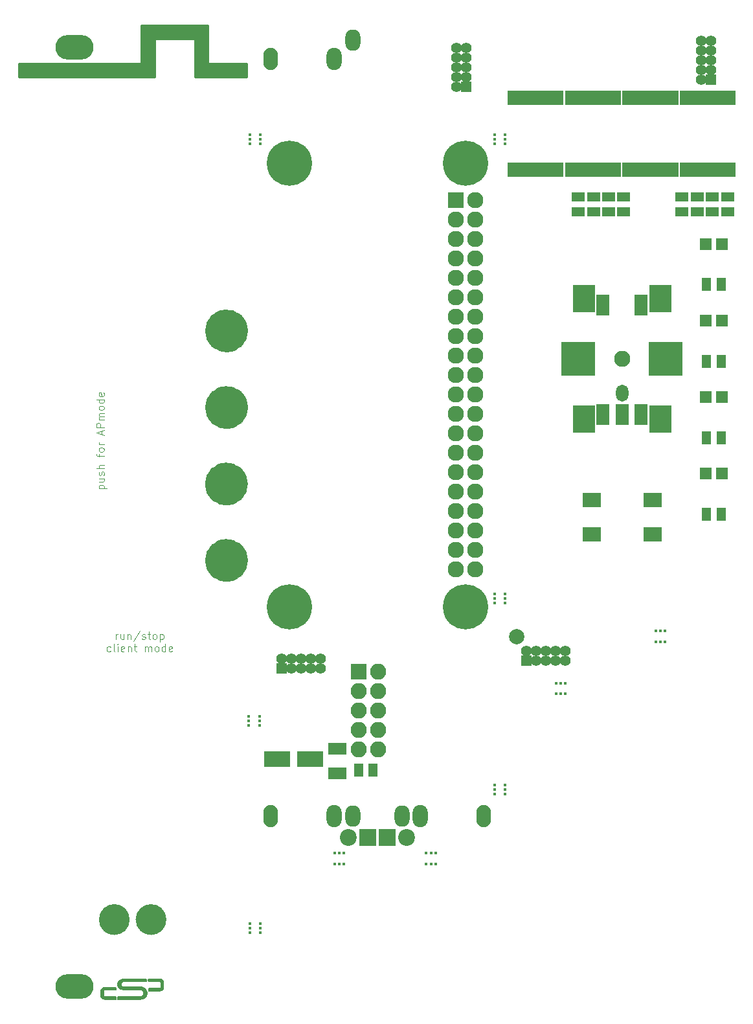
<source format=gbr>
G04 #@! TF.FileFunction,Soldermask,Top*
%FSLAX46Y46*%
G04 Gerber Fmt 4.6, Leading zero omitted, Abs format (unit mm)*
G04 Created by KiCad (PCBNEW 4.0.6) date 2018 February 20, Tuesday 14:46:14*
%MOMM*%
%LPD*%
G01*
G04 APERTURE LIST*
%ADD10C,0.100000*%
%ADD11C,0.110000*%
%ADD12C,2.000000*%
%ADD13C,2.800000*%
%ADD14C,0.141111*%
%ADD15C,0.402000*%
%ADD16O,5.002000X3.202000*%
%ADD17R,2.100000X2.100000*%
%ADD18O,2.100000X2.100000*%
%ADD19R,3.400000X2.000000*%
%ADD20R,2.400000X1.600000*%
%ADD21R,1.400000X1.400000*%
%ADD22C,1.400000*%
%ADD23R,2.127200X2.127200*%
%ADD24O,2.127200X2.127200*%
%ADD25C,5.900000*%
%ADD26R,1.300000X1.700000*%
%ADD27R,2.200000X2.200000*%
%ADD28C,2.200000*%
%ADD29O,1.900000X2.900000*%
%ADD30O,2.000000X2.900000*%
%ADD31O,2.000000X2.800000*%
%ADD32R,1.500000X1.900000*%
%ADD33R,1.700000X2.800000*%
%ADD34R,4.400000X4.400000*%
%ADD35C,2.120000*%
%ADD36O,1.620000X2.220000*%
%ADD37R,2.900000X3.600000*%
%ADD38R,2.400000X1.900000*%
%ADD39R,1.700000X1.300000*%
%ADD40R,1.598880X1.598880*%
%ADD41C,2.000000*%
%ADD42C,0.254000*%
G04 APERTURE END LIST*
D10*
D11*
X-21414286Y-60661906D02*
X-20414286Y-60661906D01*
X-21366667Y-60661906D02*
X-21414286Y-60566668D01*
X-21414286Y-60376191D01*
X-21366667Y-60280953D01*
X-21319048Y-60233334D01*
X-21223810Y-60185715D01*
X-20938095Y-60185715D01*
X-20842857Y-60233334D01*
X-20795238Y-60280953D01*
X-20747619Y-60376191D01*
X-20747619Y-60566668D01*
X-20795238Y-60661906D01*
X-21414286Y-59328572D02*
X-20747619Y-59328572D01*
X-21414286Y-59757144D02*
X-20890476Y-59757144D01*
X-20795238Y-59709525D01*
X-20747619Y-59614287D01*
X-20747619Y-59471429D01*
X-20795238Y-59376191D01*
X-20842857Y-59328572D01*
X-20795238Y-58900001D02*
X-20747619Y-58804763D01*
X-20747619Y-58614287D01*
X-20795238Y-58519048D01*
X-20890476Y-58471429D01*
X-20938095Y-58471429D01*
X-21033333Y-58519048D01*
X-21080952Y-58614287D01*
X-21080952Y-58757144D01*
X-21128571Y-58852382D01*
X-21223810Y-58900001D01*
X-21271429Y-58900001D01*
X-21366667Y-58852382D01*
X-21414286Y-58757144D01*
X-21414286Y-58614287D01*
X-21366667Y-58519048D01*
X-20747619Y-58042858D02*
X-21747619Y-58042858D01*
X-20747619Y-57614286D02*
X-21271429Y-57614286D01*
X-21366667Y-57661905D01*
X-21414286Y-57757143D01*
X-21414286Y-57900001D01*
X-21366667Y-57995239D01*
X-21319048Y-58042858D01*
X-21414286Y-56519048D02*
X-21414286Y-56138096D01*
X-20747619Y-56376191D02*
X-21604762Y-56376191D01*
X-21700000Y-56328572D01*
X-21747619Y-56233334D01*
X-21747619Y-56138096D01*
X-20747619Y-55661905D02*
X-20795238Y-55757143D01*
X-20842857Y-55804762D01*
X-20938095Y-55852381D01*
X-21223810Y-55852381D01*
X-21319048Y-55804762D01*
X-21366667Y-55757143D01*
X-21414286Y-55661905D01*
X-21414286Y-55519047D01*
X-21366667Y-55423809D01*
X-21319048Y-55376190D01*
X-21223810Y-55328571D01*
X-20938095Y-55328571D01*
X-20842857Y-55376190D01*
X-20795238Y-55423809D01*
X-20747619Y-55519047D01*
X-20747619Y-55661905D01*
X-20747619Y-54900000D02*
X-21414286Y-54900000D01*
X-21223810Y-54900000D02*
X-21319048Y-54852381D01*
X-21366667Y-54804762D01*
X-21414286Y-54709524D01*
X-21414286Y-54614285D01*
X-21033333Y-53566666D02*
X-21033333Y-53090475D01*
X-20747619Y-53661904D02*
X-21747619Y-53328571D01*
X-20747619Y-52995237D01*
X-20747619Y-52661904D02*
X-21747619Y-52661904D01*
X-21747619Y-52280951D01*
X-21700000Y-52185713D01*
X-21652381Y-52138094D01*
X-21557143Y-52090475D01*
X-21414286Y-52090475D01*
X-21319048Y-52138094D01*
X-21271429Y-52185713D01*
X-21223810Y-52280951D01*
X-21223810Y-52661904D01*
X-20747619Y-51661904D02*
X-21414286Y-51661904D01*
X-21319048Y-51661904D02*
X-21366667Y-51614285D01*
X-21414286Y-51519047D01*
X-21414286Y-51376189D01*
X-21366667Y-51280951D01*
X-21271429Y-51233332D01*
X-20747619Y-51233332D01*
X-21271429Y-51233332D02*
X-21366667Y-51185713D01*
X-21414286Y-51090475D01*
X-21414286Y-50947618D01*
X-21366667Y-50852380D01*
X-21271429Y-50804761D01*
X-20747619Y-50804761D01*
X-20747619Y-50185714D02*
X-20795238Y-50280952D01*
X-20842857Y-50328571D01*
X-20938095Y-50376190D01*
X-21223810Y-50376190D01*
X-21319048Y-50328571D01*
X-21366667Y-50280952D01*
X-21414286Y-50185714D01*
X-21414286Y-50042856D01*
X-21366667Y-49947618D01*
X-21319048Y-49899999D01*
X-21223810Y-49852380D01*
X-20938095Y-49852380D01*
X-20842857Y-49899999D01*
X-20795238Y-49947618D01*
X-20747619Y-50042856D01*
X-20747619Y-50185714D01*
X-20747619Y-48995237D02*
X-21747619Y-48995237D01*
X-20795238Y-48995237D02*
X-20747619Y-49090475D01*
X-20747619Y-49280952D01*
X-20795238Y-49376190D01*
X-20842857Y-49423809D01*
X-20938095Y-49471428D01*
X-21223810Y-49471428D01*
X-21319048Y-49423809D01*
X-21366667Y-49376190D01*
X-21414286Y-49280952D01*
X-21414286Y-49090475D01*
X-21366667Y-48995237D01*
X-20795238Y-48138094D02*
X-20747619Y-48233332D01*
X-20747619Y-48423809D01*
X-20795238Y-48519047D01*
X-20890476Y-48566666D01*
X-21271429Y-48566666D01*
X-21366667Y-48519047D01*
X-21414286Y-48423809D01*
X-21414286Y-48233332D01*
X-21366667Y-48138094D01*
X-21271429Y-48090475D01*
X-21176190Y-48090475D01*
X-21080952Y-48566666D01*
X-19195239Y-80347381D02*
X-19195239Y-79680714D01*
X-19195239Y-79871190D02*
X-19147620Y-79775952D01*
X-19100001Y-79728333D01*
X-19004763Y-79680714D01*
X-18909524Y-79680714D01*
X-18147619Y-79680714D02*
X-18147619Y-80347381D01*
X-18576191Y-79680714D02*
X-18576191Y-80204524D01*
X-18528572Y-80299762D01*
X-18433334Y-80347381D01*
X-18290476Y-80347381D01*
X-18195238Y-80299762D01*
X-18147619Y-80252143D01*
X-17671429Y-79680714D02*
X-17671429Y-80347381D01*
X-17671429Y-79775952D02*
X-17623810Y-79728333D01*
X-17528572Y-79680714D01*
X-17385714Y-79680714D01*
X-17290476Y-79728333D01*
X-17242857Y-79823571D01*
X-17242857Y-80347381D01*
X-16052381Y-79299762D02*
X-16909524Y-80585476D01*
X-15766667Y-80299762D02*
X-15671429Y-80347381D01*
X-15480953Y-80347381D01*
X-15385714Y-80299762D01*
X-15338095Y-80204524D01*
X-15338095Y-80156905D01*
X-15385714Y-80061667D01*
X-15480953Y-80014048D01*
X-15623810Y-80014048D01*
X-15719048Y-79966429D01*
X-15766667Y-79871190D01*
X-15766667Y-79823571D01*
X-15719048Y-79728333D01*
X-15623810Y-79680714D01*
X-15480953Y-79680714D01*
X-15385714Y-79728333D01*
X-15052381Y-79680714D02*
X-14671429Y-79680714D01*
X-14909524Y-79347381D02*
X-14909524Y-80204524D01*
X-14861905Y-80299762D01*
X-14766667Y-80347381D01*
X-14671429Y-80347381D01*
X-14195238Y-80347381D02*
X-14290476Y-80299762D01*
X-14338095Y-80252143D01*
X-14385714Y-80156905D01*
X-14385714Y-79871190D01*
X-14338095Y-79775952D01*
X-14290476Y-79728333D01*
X-14195238Y-79680714D01*
X-14052380Y-79680714D01*
X-13957142Y-79728333D01*
X-13909523Y-79775952D01*
X-13861904Y-79871190D01*
X-13861904Y-80156905D01*
X-13909523Y-80252143D01*
X-13957142Y-80299762D01*
X-14052380Y-80347381D01*
X-14195238Y-80347381D01*
X-13433333Y-79680714D02*
X-13433333Y-80680714D01*
X-13433333Y-79728333D02*
X-13338095Y-79680714D01*
X-13147618Y-79680714D01*
X-13052380Y-79728333D01*
X-13004761Y-79775952D01*
X-12957142Y-79871190D01*
X-12957142Y-80156905D01*
X-13004761Y-80252143D01*
X-13052380Y-80299762D01*
X-13147618Y-80347381D01*
X-13338095Y-80347381D01*
X-13433333Y-80299762D01*
X-19909524Y-81909762D02*
X-20004762Y-81957381D01*
X-20195239Y-81957381D01*
X-20290477Y-81909762D01*
X-20338096Y-81862143D01*
X-20385715Y-81766905D01*
X-20385715Y-81481190D01*
X-20338096Y-81385952D01*
X-20290477Y-81338333D01*
X-20195239Y-81290714D01*
X-20004762Y-81290714D01*
X-19909524Y-81338333D01*
X-19338096Y-81957381D02*
X-19433334Y-81909762D01*
X-19480953Y-81814524D01*
X-19480953Y-80957381D01*
X-18957143Y-81957381D02*
X-18957143Y-81290714D01*
X-18957143Y-80957381D02*
X-19004762Y-81005000D01*
X-18957143Y-81052619D01*
X-18909524Y-81005000D01*
X-18957143Y-80957381D01*
X-18957143Y-81052619D01*
X-18100000Y-81909762D02*
X-18195238Y-81957381D01*
X-18385715Y-81957381D01*
X-18480953Y-81909762D01*
X-18528572Y-81814524D01*
X-18528572Y-81433571D01*
X-18480953Y-81338333D01*
X-18385715Y-81290714D01*
X-18195238Y-81290714D01*
X-18100000Y-81338333D01*
X-18052381Y-81433571D01*
X-18052381Y-81528810D01*
X-18528572Y-81624048D01*
X-17623810Y-81290714D02*
X-17623810Y-81957381D01*
X-17623810Y-81385952D02*
X-17576191Y-81338333D01*
X-17480953Y-81290714D01*
X-17338095Y-81290714D01*
X-17242857Y-81338333D01*
X-17195238Y-81433571D01*
X-17195238Y-81957381D01*
X-16861905Y-81290714D02*
X-16480953Y-81290714D01*
X-16719048Y-80957381D02*
X-16719048Y-81814524D01*
X-16671429Y-81909762D01*
X-16576191Y-81957381D01*
X-16480953Y-81957381D01*
X-15385714Y-81957381D02*
X-15385714Y-81290714D01*
X-15385714Y-81385952D02*
X-15338095Y-81338333D01*
X-15242857Y-81290714D01*
X-15099999Y-81290714D01*
X-15004761Y-81338333D01*
X-14957142Y-81433571D01*
X-14957142Y-81957381D01*
X-14957142Y-81433571D02*
X-14909523Y-81338333D01*
X-14814285Y-81290714D01*
X-14671428Y-81290714D01*
X-14576190Y-81338333D01*
X-14528571Y-81433571D01*
X-14528571Y-81957381D01*
X-13909524Y-81957381D02*
X-14004762Y-81909762D01*
X-14052381Y-81862143D01*
X-14100000Y-81766905D01*
X-14100000Y-81481190D01*
X-14052381Y-81385952D01*
X-14004762Y-81338333D01*
X-13909524Y-81290714D01*
X-13766666Y-81290714D01*
X-13671428Y-81338333D01*
X-13623809Y-81385952D01*
X-13576190Y-81481190D01*
X-13576190Y-81766905D01*
X-13623809Y-81862143D01*
X-13671428Y-81909762D01*
X-13766666Y-81957381D01*
X-13909524Y-81957381D01*
X-12719047Y-81957381D02*
X-12719047Y-80957381D01*
X-12719047Y-81909762D02*
X-12814285Y-81957381D01*
X-13004762Y-81957381D01*
X-13100000Y-81909762D01*
X-13147619Y-81862143D01*
X-13195238Y-81766905D01*
X-13195238Y-81481190D01*
X-13147619Y-81385952D01*
X-13100000Y-81338333D01*
X-13004762Y-81290714D01*
X-12814285Y-81290714D01*
X-12719047Y-81338333D01*
X-11861904Y-81909762D02*
X-11957142Y-81957381D01*
X-12147619Y-81957381D01*
X-12242857Y-81909762D01*
X-12290476Y-81814524D01*
X-12290476Y-81433571D01*
X-12242857Y-81338333D01*
X-12147619Y-81290714D01*
X-11957142Y-81290714D01*
X-11861904Y-81338333D01*
X-11814285Y-81433571D01*
X-11814285Y-81528810D01*
X-12290476Y-81624048D01*
D12*
X-13600000Y-117000000D02*
G75*
G03X-13600000Y-117000000I-1000000J0D01*
G01*
X-18400000Y-117000000D02*
G75*
G03X-18400000Y-117000000I-1000000J0D01*
G01*
D13*
X-3305786Y-40045787D02*
G75*
G03X-3305786Y-40045787I-1414214J0D01*
G01*
X-3325786Y-60064213D02*
G75*
G03X-3325786Y-60064213I-1414214J0D01*
G01*
X-3309999Y-70050000D02*
G75*
G03X-3309999Y-70050000I-1414214J0D01*
G01*
X-3301573Y-50060000D02*
G75*
G03X-3301573Y-50060000I-1414214J0D01*
G01*
D14*
X-16022826Y-127392859D02*
X-16005064Y-127392664D01*
X-16005064Y-127392664D02*
X-15987300Y-127392226D01*
X-15987300Y-127392226D02*
X-15969540Y-127391538D01*
X-15969540Y-127391538D02*
X-15951790Y-127390592D01*
X-15951790Y-127390592D02*
X-15934056Y-127389380D01*
X-15934056Y-127389380D02*
X-15916343Y-127387895D01*
X-15916343Y-127387895D02*
X-15898657Y-127386129D01*
X-15898657Y-127386129D02*
X-15881003Y-127384074D01*
X-15881003Y-127384074D02*
X-15863387Y-127381723D01*
X-15863387Y-127381723D02*
X-15845815Y-127379068D01*
X-15845815Y-127379068D02*
X-15828292Y-127376101D01*
X-15828292Y-127376101D02*
X-15810359Y-127372723D01*
X-15810359Y-127372723D02*
X-15792495Y-127369001D01*
X-15792495Y-127369001D02*
X-15774707Y-127364928D01*
X-15774707Y-127364928D02*
X-15757007Y-127360497D01*
X-15757007Y-127360497D02*
X-15739403Y-127355700D01*
X-15739403Y-127355700D02*
X-15722426Y-127350692D01*
X-15722426Y-127350692D02*
X-15705554Y-127345340D01*
X-15705554Y-127345340D02*
X-15688791Y-127339651D01*
X-15688791Y-127339651D02*
X-15672143Y-127333630D01*
X-15672143Y-127333630D02*
X-15655614Y-127327285D01*
X-15655614Y-127327285D02*
X-15639593Y-127320779D01*
X-15639593Y-127320779D02*
X-15623701Y-127313963D01*
X-15623701Y-127313963D02*
X-15607951Y-127306830D01*
X-15607951Y-127306830D02*
X-15592356Y-127299373D01*
X-15592356Y-127299373D02*
X-15576926Y-127291584D01*
X-15576926Y-127291584D02*
X-15562340Y-127283825D01*
X-15562340Y-127283825D02*
X-15547912Y-127275775D01*
X-15547912Y-127275775D02*
X-15533636Y-127267452D01*
X-15533636Y-127267452D02*
X-15519508Y-127258872D01*
X-15519508Y-127258872D02*
X-15505524Y-127250054D01*
X-15505524Y-127250054D02*
X-15492039Y-127241245D01*
X-15492039Y-127241245D02*
X-15478713Y-127232203D01*
X-15478713Y-127232203D02*
X-15465571Y-127222902D01*
X-15465571Y-127222902D02*
X-15452641Y-127213317D01*
X-15452641Y-127213317D02*
X-15439950Y-127203424D01*
X-15439950Y-127203424D02*
X-15427674Y-127193336D01*
X-15427674Y-127193336D02*
X-15415645Y-127182949D01*
X-15415645Y-127182949D02*
X-15403853Y-127172286D01*
X-15403853Y-127172286D02*
X-15392286Y-127161374D01*
X-15392286Y-127161374D02*
X-15380934Y-127150236D01*
X-15380934Y-127150236D02*
X-15370007Y-127139120D01*
X-15370007Y-127139120D02*
X-15359286Y-127127809D01*
X-15359286Y-127127809D02*
X-15348783Y-127116300D01*
X-15348783Y-127116300D02*
X-15338509Y-127104591D01*
X-15338509Y-127104591D02*
X-15328475Y-127092677D01*
X-15328475Y-127092677D02*
X-15316492Y-127077772D01*
X-15316492Y-127077772D02*
X-15304864Y-127062584D01*
X-15304864Y-127062584D02*
X-15293566Y-127047142D01*
X-15293566Y-127047142D02*
X-15282574Y-127031475D01*
X-15282574Y-127031475D02*
X-15271999Y-127015791D01*
X-15271999Y-127015791D02*
X-15261757Y-126999891D01*
X-15261757Y-126999891D02*
X-15251905Y-126983755D01*
X-15251905Y-126983755D02*
X-15242501Y-126967359D01*
X-15242501Y-126967359D02*
X-15233626Y-126950763D01*
X-15233626Y-126950763D02*
X-15225223Y-126933918D01*
X-15225223Y-126933918D02*
X-15217262Y-126916853D01*
X-15217262Y-126916853D02*
X-15209714Y-126899600D01*
X-15209714Y-126899600D02*
X-15202547Y-126882158D01*
X-15202547Y-126882158D02*
X-15195778Y-126864563D01*
X-15195778Y-126864563D02*
X-15189419Y-126846817D01*
X-15189419Y-126846817D02*
X-15183485Y-126828926D01*
X-15183485Y-126828926D02*
X-15178093Y-126811256D01*
X-15178093Y-126811256D02*
X-15173132Y-126793460D01*
X-15173132Y-126793460D02*
X-15168611Y-126775546D01*
X-15168611Y-126775546D02*
X-15164541Y-126757524D01*
X-15164541Y-126757524D02*
X-15160889Y-126739170D01*
X-15160889Y-126739170D02*
X-15157718Y-126720727D01*
X-15157718Y-126720727D02*
X-15155036Y-126702207D01*
X-15155036Y-126702207D02*
X-15152851Y-126683623D01*
X-15152851Y-126683623D02*
X-15151171Y-126664987D01*
X-15151171Y-126664987D02*
X-15150004Y-126646311D01*
X-15150004Y-126646311D02*
X-15149358Y-126627608D01*
X-15149358Y-126627608D02*
X-15149241Y-126608890D01*
X-15149241Y-126608890D02*
X-16022826Y-127392859D01*
X-15149241Y-126608890D02*
X-15149552Y-126590123D01*
X-15149552Y-126590123D02*
X-15150246Y-126571350D01*
X-15150246Y-126571350D02*
X-15151349Y-126552588D01*
X-15151349Y-126552588D02*
X-15152883Y-126533854D01*
X-15152883Y-126533854D02*
X-15154873Y-126515163D01*
X-15154873Y-126515163D02*
X-15157341Y-126496535D01*
X-15157341Y-126496535D02*
X-15160314Y-126477984D01*
X-15160314Y-126477984D02*
X-15163813Y-126459528D01*
X-15163813Y-126459528D02*
X-15167821Y-126441316D01*
X-15167821Y-126441316D02*
X-15172338Y-126423219D01*
X-15172338Y-126423219D02*
X-15177328Y-126405245D01*
X-15177328Y-126405245D02*
X-15182756Y-126387397D01*
X-15182756Y-126387397D02*
X-15188712Y-126369330D01*
X-15188712Y-126369330D02*
X-15195077Y-126351404D01*
X-15195077Y-126351404D02*
X-15201839Y-126333625D01*
X-15201839Y-126333625D02*
X-15208986Y-126315995D01*
X-15208986Y-126315995D02*
X-15216565Y-126298402D01*
X-15216565Y-126298402D02*
X-15224543Y-126280987D01*
X-15224543Y-126280987D02*
X-15232939Y-126263772D01*
X-15232939Y-126263772D02*
X-15241772Y-126246778D01*
X-15241772Y-126246778D02*
X-15250965Y-126230187D01*
X-15250965Y-126230187D02*
X-15260595Y-126213844D01*
X-15260595Y-126213844D02*
X-15270649Y-126197756D01*
X-15270649Y-126197756D02*
X-15281117Y-126181933D01*
X-15281117Y-126181933D02*
X-15291998Y-126166369D01*
X-15291998Y-126166369D02*
X-15303278Y-126151092D01*
X-15303278Y-126151092D02*
X-15314953Y-126136118D01*
X-15314953Y-126136118D02*
X-15327018Y-126121460D01*
X-15327018Y-126121460D02*
X-15337064Y-126109836D01*
X-15337064Y-126109836D02*
X-15347348Y-126098421D01*
X-15347348Y-126098421D02*
X-15357856Y-126087208D01*
X-15357856Y-126087208D02*
X-15368570Y-126076190D01*
X-15368570Y-126076190D02*
X-15379477Y-126065358D01*
X-15379477Y-126065358D02*
X-15390729Y-126054556D01*
X-15390729Y-126054556D02*
X-15402173Y-126043960D01*
X-15402173Y-126043960D02*
X-15413820Y-126033593D01*
X-15413820Y-126033593D02*
X-15425680Y-126023475D01*
X-15425680Y-126023475D02*
X-15437764Y-126013628D01*
X-15437764Y-126013628D02*
X-15450319Y-126003885D01*
X-15450319Y-126003885D02*
X-15463100Y-125994436D01*
X-15463100Y-125994436D02*
X-15476087Y-125985267D01*
X-15476087Y-125985267D02*
X-15489263Y-125976368D01*
X-15489263Y-125976368D02*
X-15502609Y-125967726D01*
X-15502609Y-125967726D02*
X-15516588Y-125959042D01*
X-15516588Y-125959042D02*
X-15530724Y-125950621D01*
X-15530724Y-125950621D02*
X-15545011Y-125942462D01*
X-15545011Y-125942462D02*
X-15559442Y-125934564D01*
X-15559442Y-125934564D02*
X-15574012Y-125926925D01*
X-15574012Y-125926925D02*
X-15589343Y-125919236D01*
X-15589343Y-125919236D02*
X-15604812Y-125911825D01*
X-15604812Y-125911825D02*
X-15620410Y-125904688D01*
X-15620410Y-125904688D02*
X-15636132Y-125897822D01*
X-15636132Y-125897822D02*
X-15651972Y-125891224D01*
X-15651972Y-125891224D02*
X-15668348Y-125884730D01*
X-15668348Y-125884730D02*
X-15684841Y-125878541D01*
X-15684841Y-125878541D02*
X-15701452Y-125872685D01*
X-15701452Y-125872685D02*
X-15718182Y-125867189D01*
X-15718182Y-125867189D02*
X-15735031Y-125862080D01*
X-15735031Y-125862080D02*
X-15752613Y-125857215D01*
X-15752613Y-125857215D02*
X-15770308Y-125852768D01*
X-15770308Y-125852768D02*
X-15788101Y-125848714D01*
X-15788101Y-125848714D02*
X-15805977Y-125845026D01*
X-15805977Y-125845026D02*
X-15823920Y-125841679D01*
X-15823920Y-125841679D02*
X-15841319Y-125838746D01*
X-15841319Y-125838746D02*
X-15858761Y-125836104D01*
X-15858761Y-125836104D02*
X-15876244Y-125833749D01*
X-15876244Y-125833749D02*
X-15893761Y-125831680D01*
X-15893761Y-125831680D02*
X-15911309Y-125829892D01*
X-15911309Y-125829892D02*
X-15928883Y-125828384D01*
X-15928883Y-125828384D02*
X-15946480Y-125827152D01*
X-15946480Y-125827152D02*
X-15964094Y-125826192D01*
X-15964094Y-125826192D02*
X-15981721Y-125825503D01*
X-15981721Y-125825503D02*
X-15999357Y-125825080D01*
X-15999357Y-125825080D02*
X-16016998Y-125824922D01*
X-16016998Y-125824922D02*
X-15149241Y-126608890D01*
X-18038849Y-125824922D02*
X-18057719Y-125824652D01*
X-18057719Y-125824652D02*
X-18076618Y-125824140D01*
X-18076618Y-125824140D02*
X-18095530Y-125823358D01*
X-18095530Y-125823358D02*
X-18114441Y-125822277D01*
X-18114441Y-125822277D02*
X-18133338Y-125820867D01*
X-18133338Y-125820867D02*
X-18152205Y-125819102D01*
X-18152205Y-125819102D02*
X-18171028Y-125816951D01*
X-18171028Y-125816951D02*
X-18189793Y-125814386D01*
X-18189793Y-125814386D02*
X-18208486Y-125811380D01*
X-18208486Y-125811380D02*
X-18227092Y-125807902D01*
X-18227092Y-125807902D02*
X-18245596Y-125803926D01*
X-18245596Y-125803926D02*
X-18263985Y-125799421D01*
X-18263985Y-125799421D02*
X-18282042Y-125794415D01*
X-18282042Y-125794415D02*
X-18299929Y-125788822D01*
X-18299929Y-125788822D02*
X-18317603Y-125782599D01*
X-18317603Y-125782599D02*
X-18335023Y-125775703D01*
X-18335023Y-125775703D02*
X-18352145Y-125768091D01*
X-18352145Y-125768091D02*
X-18367466Y-125760492D01*
X-18367466Y-125760492D02*
X-18382459Y-125752256D01*
X-18382459Y-125752256D02*
X-18397077Y-125743374D01*
X-18397077Y-125743374D02*
X-18411274Y-125733840D01*
X-18411274Y-125733840D02*
X-18425005Y-125723647D01*
X-18425005Y-125723647D02*
X-18437233Y-125713644D01*
X-18437233Y-125713644D02*
X-18448992Y-125703090D01*
X-18448992Y-125703090D02*
X-18460246Y-125691999D01*
X-18460246Y-125691999D02*
X-18470962Y-125680388D01*
X-18470962Y-125680388D02*
X-18481107Y-125668274D01*
X-18481107Y-125668274D02*
X-18492562Y-125652985D01*
X-18492562Y-125652985D02*
X-18503089Y-125637042D01*
X-18503089Y-125637042D02*
X-18512643Y-125620504D01*
X-18512643Y-125620504D02*
X-18521179Y-125603429D01*
X-18521179Y-125603429D02*
X-18528261Y-125586904D01*
X-18528261Y-125586904D02*
X-18534419Y-125570009D01*
X-18534419Y-125570009D02*
X-18539672Y-125552800D01*
X-18539672Y-125552800D02*
X-18544039Y-125535333D01*
X-18544039Y-125535333D02*
X-18547539Y-125517662D01*
X-18547539Y-125517662D02*
X-18550190Y-125499843D01*
X-18550190Y-125499843D02*
X-18552011Y-125481932D01*
X-18552011Y-125481932D02*
X-18553021Y-125463983D01*
X-18553021Y-125463983D02*
X-18553238Y-125446052D01*
X-18553238Y-125446052D02*
X-18552872Y-125428018D01*
X-18552872Y-125428018D02*
X-18551794Y-125409933D01*
X-18551794Y-125409933D02*
X-18549968Y-125391859D01*
X-18549968Y-125391859D02*
X-18547355Y-125373860D01*
X-18547355Y-125373860D02*
X-18543918Y-125356001D01*
X-18543918Y-125356001D02*
X-18539619Y-125338343D01*
X-18539619Y-125338343D02*
X-18534422Y-125320951D01*
X-18534422Y-125320951D02*
X-18528288Y-125303889D01*
X-18528288Y-125303889D02*
X-18521179Y-125287218D01*
X-18521179Y-125287218D02*
X-18514329Y-125273354D01*
X-18514329Y-125273354D02*
X-18506783Y-125259842D01*
X-18506783Y-125259842D02*
X-18498582Y-125246706D01*
X-18498582Y-125246706D02*
X-18489767Y-125233966D01*
X-18489767Y-125233966D02*
X-18480378Y-125221645D01*
X-18480378Y-125221645D02*
X-18470176Y-125209443D01*
X-18470176Y-125209443D02*
X-18459438Y-125197719D01*
X-18459438Y-125197719D02*
X-18448191Y-125186485D01*
X-18448191Y-125186485D02*
X-18436462Y-125175755D01*
X-18436462Y-125175755D02*
X-18424276Y-125165543D01*
X-18424276Y-125165543D02*
X-18410566Y-125155059D01*
X-18410566Y-125155059D02*
X-18396388Y-125145214D01*
X-18396388Y-125145214D02*
X-18381779Y-125136020D01*
X-18381779Y-125136020D02*
X-18366776Y-125127492D01*
X-18366776Y-125127492D02*
X-18351417Y-125119641D01*
X-18351417Y-125119641D02*
X-18334197Y-125111810D01*
X-18334197Y-125111810D02*
X-18316646Y-125104750D01*
X-18316646Y-125104750D02*
X-18298816Y-125098400D01*
X-18298816Y-125098400D02*
X-18280759Y-125092698D01*
X-18280759Y-125092698D02*
X-18262528Y-125087583D01*
X-18262528Y-125087583D02*
X-18244023Y-125082966D01*
X-18244023Y-125082966D02*
X-18225406Y-125078862D01*
X-18225406Y-125078862D02*
X-18206692Y-125075249D01*
X-18206692Y-125075249D02*
X-18187892Y-125072106D01*
X-18187892Y-125072106D02*
X-18169019Y-125069412D01*
X-18169019Y-125069412D02*
X-18150086Y-125067147D01*
X-18150086Y-125067147D02*
X-18131106Y-125065288D01*
X-18131106Y-125065288D02*
X-18112091Y-125063814D01*
X-18112091Y-125063814D02*
X-18093053Y-125062706D01*
X-18093053Y-125062706D02*
X-18074007Y-125061940D01*
X-18074007Y-125061940D02*
X-18054963Y-125061496D01*
X-18054963Y-125061496D02*
X-18035935Y-125061354D01*
X-18035935Y-124781573D02*
X-18053841Y-124781751D01*
X-18053841Y-124781751D02*
X-18071757Y-124782053D01*
X-18071757Y-124782053D02*
X-18089679Y-124782496D01*
X-18089679Y-124782496D02*
X-18107602Y-124783098D01*
X-18107602Y-124783098D02*
X-18125521Y-124783876D01*
X-18125521Y-124783876D02*
X-18143430Y-124784848D01*
X-18143430Y-124784848D02*
X-18161324Y-124786032D01*
X-18161324Y-124786032D02*
X-18179199Y-124787444D01*
X-18179199Y-124787444D02*
X-18197049Y-124789103D01*
X-18197049Y-124789103D02*
X-18214870Y-124791026D01*
X-18214870Y-124791026D02*
X-18232656Y-124793231D01*
X-18232656Y-124793231D02*
X-18250659Y-124795766D01*
X-18250659Y-124795766D02*
X-18268622Y-124798586D01*
X-18268622Y-124798586D02*
X-18286545Y-124801669D01*
X-18286545Y-124801669D02*
X-18304428Y-124804992D01*
X-18304428Y-124804992D02*
X-18322273Y-124808531D01*
X-18322273Y-124808531D02*
X-18339300Y-124812108D01*
X-18339300Y-124812108D02*
X-18356279Y-124815899D01*
X-18356279Y-124815899D02*
X-18373196Y-124819943D01*
X-18373196Y-124819943D02*
X-18390038Y-124824274D01*
X-18390038Y-124824274D02*
X-18406790Y-124828932D01*
X-18406790Y-124828932D02*
X-18422723Y-124833719D01*
X-18422723Y-124833719D02*
X-18438560Y-124838823D01*
X-18438560Y-124838823D02*
X-18454299Y-124844229D01*
X-18454299Y-124844229D02*
X-18469939Y-124849923D01*
X-18469939Y-124849923D02*
X-18485478Y-124855890D01*
X-18485478Y-124855890D02*
X-18500429Y-124861919D01*
X-18500429Y-124861919D02*
X-18515273Y-124868202D01*
X-18515273Y-124868202D02*
X-18530001Y-124874748D01*
X-18530001Y-124874748D02*
X-18544602Y-124881570D01*
X-18544602Y-124881570D02*
X-18559066Y-124888677D01*
X-18559066Y-124888677D02*
X-18572930Y-124895838D01*
X-18572930Y-124895838D02*
X-18586647Y-124903279D01*
X-18586647Y-124903279D02*
X-18600208Y-124911001D01*
X-18600208Y-124911001D02*
X-18613604Y-124919005D01*
X-18613604Y-124919005D02*
X-18626826Y-124927292D01*
X-18626826Y-124927292D02*
X-18642731Y-124937802D01*
X-18642731Y-124937802D02*
X-18658357Y-124948723D01*
X-18658357Y-124948723D02*
X-18673700Y-124960039D01*
X-18673700Y-124960039D02*
X-18688756Y-124971737D01*
X-18688756Y-124971737D02*
X-18703057Y-124983417D01*
X-18703057Y-124983417D02*
X-18717065Y-124995444D01*
X-18717065Y-124995444D02*
X-18730762Y-125007821D01*
X-18730762Y-125007821D02*
X-18744130Y-125020552D01*
X-18744130Y-125020552D02*
X-18756867Y-125033348D01*
X-18756867Y-125033348D02*
X-18769257Y-125046481D01*
X-18769257Y-125046481D02*
X-18781288Y-125059946D01*
X-18781288Y-125059946D02*
X-18792945Y-125073740D01*
X-18792945Y-125073740D02*
X-18803779Y-125087301D01*
X-18803779Y-125087301D02*
X-18814216Y-125101168D01*
X-18814216Y-125101168D02*
X-18824218Y-125115346D01*
X-18824218Y-125115346D02*
X-18833747Y-125129842D01*
X-18833747Y-125129842D02*
X-18842619Y-125144391D01*
X-18842619Y-125144391D02*
X-18851023Y-125159221D01*
X-18851023Y-125159221D02*
X-18858985Y-125174297D01*
X-18858985Y-125174297D02*
X-18866534Y-125189587D01*
X-18866534Y-125189587D02*
X-18873733Y-125205166D01*
X-18873733Y-125205166D02*
X-18880519Y-125220925D01*
X-18880519Y-125220925D02*
X-18886869Y-125236862D01*
X-18886869Y-125236862D02*
X-18892763Y-125252974D01*
X-18892763Y-125252974D02*
X-18898260Y-125269508D01*
X-18898260Y-125269508D02*
X-18903256Y-125286202D01*
X-18903256Y-125286202D02*
X-18907741Y-125303040D01*
X-18907741Y-125303040D02*
X-18911707Y-125320005D01*
X-18911707Y-125320005D02*
X-18915283Y-125337806D01*
X-18915283Y-125337806D02*
X-18918311Y-125355708D01*
X-18918311Y-125355708D02*
X-18920812Y-125373696D01*
X-18920812Y-125373696D02*
X-18922813Y-125391749D01*
X-18922813Y-125391749D02*
X-18924335Y-125409851D01*
X-18924335Y-125409851D02*
X-18925405Y-125427984D01*
X-18925405Y-125427984D02*
X-18926044Y-125446128D01*
X-18926044Y-125446128D02*
X-18926278Y-125464267D01*
X-18926278Y-125464267D02*
X-18035935Y-124781573D01*
X-18926278Y-125464267D02*
X-18926181Y-125482439D01*
X-18926181Y-125482439D02*
X-18925563Y-125500589D01*
X-18925563Y-125500589D02*
X-18924439Y-125518708D01*
X-18924439Y-125518708D02*
X-18922823Y-125536787D01*
X-18922823Y-125536787D02*
X-18920727Y-125554818D01*
X-18920727Y-125554818D02*
X-18918167Y-125572791D01*
X-18918167Y-125572791D02*
X-18915156Y-125590698D01*
X-18915156Y-125590698D02*
X-18911707Y-125608529D01*
X-18911707Y-125608529D02*
X-18908012Y-125625462D01*
X-18908012Y-125625462D02*
X-18903892Y-125642294D01*
X-18903892Y-125642294D02*
X-18899308Y-125659001D01*
X-18899308Y-125659001D02*
X-18894220Y-125675560D01*
X-18894220Y-125675560D02*
X-18888760Y-125691501D01*
X-18888760Y-125691501D02*
X-18882802Y-125707266D01*
X-18882802Y-125707266D02*
X-18876359Y-125722843D01*
X-18876359Y-125722843D02*
X-18869448Y-125738219D01*
X-18869448Y-125738219D02*
X-18862105Y-125753332D01*
X-18862105Y-125753332D02*
X-18854312Y-125768217D01*
X-18854312Y-125768217D02*
X-18846073Y-125782856D01*
X-18846073Y-125782856D02*
X-18837390Y-125797235D01*
X-18837390Y-125797235D02*
X-18828162Y-125811498D01*
X-18828162Y-125811498D02*
X-18818510Y-125825480D01*
X-18818510Y-125825480D02*
X-18808462Y-125839183D01*
X-18808462Y-125839183D02*
X-18798046Y-125852608D01*
X-18798046Y-125852608D02*
X-18787087Y-125865993D01*
X-18787087Y-125865993D02*
X-18775781Y-125879084D01*
X-18775781Y-125879084D02*
X-18764132Y-125891869D01*
X-18764132Y-125891869D02*
X-18752144Y-125904339D01*
X-18752144Y-125904339D02*
X-18739363Y-125916922D01*
X-18739363Y-125916922D02*
X-18726232Y-125929141D01*
X-18726232Y-125929141D02*
X-18712761Y-125940981D01*
X-18712761Y-125940981D02*
X-18698957Y-125952426D01*
X-18698957Y-125952426D02*
X-18684455Y-125963756D01*
X-18684455Y-125963756D02*
X-18669643Y-125974680D01*
X-18669643Y-125974680D02*
X-18654552Y-125985224D01*
X-18654552Y-125985224D02*
X-18639212Y-125995413D01*
X-18639212Y-125995413D02*
X-18623193Y-126005539D01*
X-18623193Y-126005539D02*
X-18606932Y-126015263D01*
X-18606932Y-126015263D02*
X-18590418Y-126024534D01*
X-18590418Y-126024534D02*
X-18573638Y-126033300D01*
X-18573638Y-126033300D02*
X-18559495Y-126040172D01*
X-18559495Y-126040172D02*
X-18545185Y-126046699D01*
X-18545185Y-126046699D02*
X-18530734Y-126052924D01*
X-18530734Y-126052924D02*
X-18516167Y-126058887D01*
X-18516167Y-126058887D02*
X-18501507Y-126064629D01*
X-18501507Y-126064629D02*
X-18486227Y-126070383D01*
X-18486227Y-126070383D02*
X-18470870Y-126075913D01*
X-18470870Y-126075913D02*
X-18455429Y-126081189D01*
X-18455429Y-126081189D02*
X-18439900Y-126086181D01*
X-18439900Y-126086181D02*
X-18424276Y-126090859D01*
X-18424276Y-126090859D02*
X-18407823Y-126095398D01*
X-18407823Y-126095398D02*
X-18391275Y-126099597D01*
X-18391275Y-126099597D02*
X-18374648Y-126103494D01*
X-18374648Y-126103494D02*
X-18357957Y-126107126D01*
X-18357957Y-126107126D02*
X-18341216Y-126110531D01*
X-18341216Y-126110531D02*
X-18323512Y-126113909D01*
X-18323512Y-126113909D02*
X-18305770Y-126117065D01*
X-18305770Y-126117065D02*
X-18287991Y-126119990D01*
X-18287991Y-126119990D02*
X-18270177Y-126122672D01*
X-18270177Y-126122672D02*
X-18252328Y-126125103D01*
X-18252328Y-126125103D02*
X-18234667Y-126127250D01*
X-18234667Y-126127250D02*
X-18216976Y-126129150D01*
X-18216976Y-126129150D02*
X-18199259Y-126130815D01*
X-18199259Y-126130815D02*
X-18181520Y-126132252D01*
X-18181520Y-126132252D02*
X-18163763Y-126133472D01*
X-18163763Y-126133472D02*
X-18145993Y-126134485D01*
X-18145993Y-126134485D02*
X-18128212Y-126135299D01*
X-18128212Y-126135299D02*
X-18110425Y-126135924D01*
X-18110425Y-126135924D02*
X-18092635Y-126136369D01*
X-18092635Y-126136369D02*
X-18074847Y-126136645D01*
X-18074847Y-126136645D02*
X-18057064Y-126136760D01*
X-18057064Y-126136760D02*
X-18926278Y-125464267D01*
X-16031570Y-126136760D02*
X-16014515Y-126137046D01*
X-16014515Y-126137046D02*
X-15997468Y-126137728D01*
X-15997468Y-126137728D02*
X-15980441Y-126138823D01*
X-15980441Y-126138823D02*
X-15963449Y-126140350D01*
X-15963449Y-126140350D02*
X-15946504Y-126142325D01*
X-15946504Y-126142325D02*
X-15929619Y-126144765D01*
X-15929619Y-126144765D02*
X-15912809Y-126147689D01*
X-15912809Y-126147689D02*
X-15894912Y-126151385D01*
X-15894912Y-126151385D02*
X-15877167Y-126155731D01*
X-15877167Y-126155731D02*
X-15859621Y-126160804D01*
X-15859621Y-126160804D02*
X-15842864Y-126166459D01*
X-15842864Y-126166459D02*
X-15826348Y-126172796D01*
X-15826348Y-126172796D02*
X-15810077Y-126179748D01*
X-15810077Y-126179748D02*
X-15794525Y-126187023D01*
X-15794525Y-126187023D02*
X-15779220Y-126194798D01*
X-15779220Y-126194798D02*
X-15764175Y-126203063D01*
X-15764175Y-126203063D02*
X-15749791Y-126211573D01*
X-15749791Y-126211573D02*
X-15735695Y-126220553D01*
X-15735695Y-126220553D02*
X-15721917Y-126230021D01*
X-15721917Y-126230021D02*
X-15709140Y-126239495D01*
X-15709140Y-126239495D02*
X-15696735Y-126249446D01*
X-15696735Y-126249446D02*
X-15684758Y-126259893D01*
X-15684758Y-126259893D02*
X-15673188Y-126270896D01*
X-15673188Y-126270896D02*
X-15662038Y-126282339D01*
X-15662038Y-126282339D02*
X-15651243Y-126294137D01*
X-15651243Y-126294137D02*
X-15638967Y-126308346D01*
X-15638967Y-126308346D02*
X-15627152Y-126322943D01*
X-15627152Y-126322943D02*
X-15615865Y-126337941D01*
X-15615865Y-126337941D02*
X-15605173Y-126353350D01*
X-15605173Y-126353350D02*
X-15595141Y-126369182D01*
X-15595141Y-126369182D02*
X-15585835Y-126385412D01*
X-15585835Y-126385412D02*
X-15577213Y-126402027D01*
X-15577213Y-126402027D02*
X-15569238Y-126418979D01*
X-15569238Y-126418979D02*
X-15561870Y-126436220D01*
X-15561870Y-126436220D02*
X-15555068Y-126453699D01*
X-15555068Y-126453699D02*
X-15549100Y-126470509D01*
X-15549100Y-126470509D02*
X-15543642Y-126487482D01*
X-15543642Y-126487482D02*
X-15538727Y-126504605D01*
X-15538727Y-126504605D02*
X-15534388Y-126521870D01*
X-15534388Y-126521870D02*
X-15530657Y-126539266D01*
X-15530657Y-126539266D02*
X-15527568Y-126556781D01*
X-15527568Y-126556781D02*
X-15525153Y-126574406D01*
X-15525153Y-126574406D02*
X-15523445Y-126592130D01*
X-15523445Y-126592130D02*
X-15522477Y-126609943D01*
X-15522477Y-126609943D02*
X-15522282Y-126627834D01*
X-15522282Y-126627834D02*
X-15522441Y-126645815D01*
X-15522441Y-126645815D02*
X-15523402Y-126663719D01*
X-15523402Y-126663719D02*
X-15525131Y-126681533D01*
X-15525131Y-126681533D02*
X-15527591Y-126699245D01*
X-15527591Y-126699245D02*
X-15530750Y-126716843D01*
X-15530750Y-126716843D02*
X-15534572Y-126734314D01*
X-15534572Y-126734314D02*
X-15539022Y-126751648D01*
X-15539022Y-126751648D02*
X-15544066Y-126768831D01*
X-15544066Y-126768831D02*
X-15549669Y-126785851D01*
X-15549669Y-126785851D02*
X-15555797Y-126802696D01*
X-15555797Y-126802696D02*
X-15562641Y-126819869D01*
X-15562641Y-126819869D02*
X-15570038Y-126836801D01*
X-15570038Y-126836801D02*
X-15578020Y-126853454D01*
X-15578020Y-126853454D02*
X-15586620Y-126869786D01*
X-15586620Y-126869786D02*
X-15595870Y-126885756D01*
X-15595870Y-126885756D02*
X-15605826Y-126901379D01*
X-15605826Y-126901379D02*
X-15616441Y-126916574D01*
X-15616441Y-126916574D02*
X-15627689Y-126931315D01*
X-15627689Y-126931315D02*
X-15639541Y-126945580D01*
X-15639541Y-126945580D02*
X-15651972Y-126959344D01*
X-15651972Y-126959344D02*
X-15665089Y-126972719D01*
X-15665089Y-126972719D02*
X-15678743Y-126985543D01*
X-15678743Y-126985543D02*
X-15692904Y-126997799D01*
X-15692904Y-126997799D02*
X-15707547Y-127009472D01*
X-15707547Y-127009472D02*
X-15722645Y-127020546D01*
X-15722645Y-127020546D02*
X-15736621Y-127030005D01*
X-15736621Y-127030005D02*
X-15750918Y-127038972D01*
X-15750918Y-127038972D02*
X-15765511Y-127047456D01*
X-15765511Y-127047456D02*
X-15780374Y-127055465D01*
X-15780374Y-127055465D02*
X-15795481Y-127063007D01*
X-15795481Y-127063007D02*
X-15810805Y-127070091D01*
X-15810805Y-127070091D02*
X-15827094Y-127077021D01*
X-15827094Y-127077021D02*
X-15843605Y-127083366D01*
X-15843605Y-127083366D02*
X-15860350Y-127089034D01*
X-15860350Y-127089034D02*
X-15877890Y-127094114D01*
X-15877890Y-127094114D02*
X-15895638Y-127098458D01*
X-15895638Y-127098458D02*
X-15913537Y-127102149D01*
X-15913537Y-127102149D02*
X-15930350Y-127105071D01*
X-15930350Y-127105071D02*
X-15947234Y-127107512D01*
X-15947234Y-127107512D02*
X-15964178Y-127109488D01*
X-15964178Y-127109488D02*
X-15981169Y-127111016D01*
X-15981169Y-127111016D02*
X-15998195Y-127112112D01*
X-15998195Y-127112112D02*
X-16015242Y-127112794D01*
X-16015242Y-127112794D02*
X-16032298Y-127113078D01*
X-20596399Y-125873910D02*
X-20614661Y-125873941D01*
X-20614661Y-125873941D02*
X-20632893Y-125874636D01*
X-20632893Y-125874636D02*
X-20651084Y-125875955D01*
X-20651084Y-125875955D02*
X-20669226Y-125877854D01*
X-20669226Y-125877854D02*
X-20687307Y-125880295D01*
X-20687307Y-125880295D02*
X-20705319Y-125883234D01*
X-20705319Y-125883234D02*
X-20722671Y-125886532D01*
X-20722671Y-125886532D02*
X-20739916Y-125890325D01*
X-20739916Y-125890325D02*
X-20757024Y-125894677D01*
X-20757024Y-125894677D02*
X-20773579Y-125899514D01*
X-20773579Y-125899514D02*
X-20789968Y-125904899D01*
X-20789968Y-125904899D02*
X-20806187Y-125910782D01*
X-20806187Y-125910782D02*
X-20821910Y-125916990D01*
X-20821910Y-125916990D02*
X-20837454Y-125923630D01*
X-20837454Y-125923630D02*
X-20852806Y-125930701D01*
X-20852806Y-125930701D02*
X-20867594Y-125938025D01*
X-20867594Y-125938025D02*
X-20882155Y-125945787D01*
X-20882155Y-125945787D02*
X-20896459Y-125954011D01*
X-20896459Y-125954011D02*
X-20910313Y-125962609D01*
X-20910313Y-125962609D02*
X-20923877Y-125971659D01*
X-20923877Y-125971659D02*
X-20937145Y-125981135D01*
X-20937145Y-125981135D02*
X-20950014Y-125990935D01*
X-20950014Y-125990935D02*
X-20962587Y-126001112D01*
X-20962587Y-126001112D02*
X-20974865Y-126011650D01*
X-20974865Y-126011650D02*
X-20986698Y-126022414D01*
X-20986698Y-126022414D02*
X-20998167Y-126033559D01*
X-20998167Y-126033559D02*
X-21009194Y-126045131D01*
X-21009194Y-126045131D02*
X-21019647Y-126057062D01*
X-21019647Y-126057062D02*
X-21029655Y-126069379D01*
X-21029655Y-126069379D02*
X-21039284Y-126082003D01*
X-21039284Y-126082003D02*
X-21048584Y-126094876D01*
X-21048584Y-126094876D02*
X-21057506Y-126108004D01*
X-21057506Y-126108004D02*
X-21065985Y-126121418D01*
X-21065985Y-126121418D02*
X-21074119Y-126135405D01*
X-21074119Y-126135405D02*
X-21081742Y-126149684D01*
X-21081742Y-126149684D02*
X-21088871Y-126164223D01*
X-21088871Y-126164223D02*
X-21095502Y-126178974D01*
X-21095502Y-126178974D02*
X-21101597Y-126193949D01*
X-21101597Y-126193949D02*
X-21107095Y-126209147D01*
X-21107095Y-126209147D02*
X-21111899Y-126224379D01*
X-21111899Y-126224379D02*
X-21116118Y-126239791D01*
X-21116118Y-126239791D02*
X-21119809Y-126255343D01*
X-21119809Y-126255343D02*
X-21123061Y-126271255D01*
X-21123061Y-126271255D02*
X-21125781Y-126287261D01*
X-21125781Y-126287261D02*
X-21127923Y-126303348D01*
X-21127923Y-126303348D02*
X-21129439Y-126319503D01*
X-21129439Y-126319503D02*
X-21130282Y-126335716D01*
X-21130282Y-126335716D02*
X-21130404Y-126351972D01*
X-21130404Y-126351972D02*
X-20596399Y-125873910D01*
X-21130404Y-126905897D02*
X-21130276Y-126922572D01*
X-21130276Y-126922572D02*
X-21129434Y-126939206D01*
X-21129434Y-126939206D02*
X-21127922Y-126955785D01*
X-21127922Y-126955785D02*
X-21125785Y-126972296D01*
X-21125785Y-126972296D02*
X-21123066Y-126988729D01*
X-21123066Y-126988729D02*
X-21119809Y-127005069D01*
X-21119809Y-127005069D02*
X-21116137Y-127020906D01*
X-21116137Y-127020906D02*
X-21111923Y-127036601D01*
X-21111923Y-127036601D02*
X-21107095Y-127052112D01*
X-21107095Y-127052112D02*
X-21101630Y-127067325D01*
X-21101630Y-127067325D02*
X-21095538Y-127082303D01*
X-21095538Y-127082303D02*
X-21088871Y-127097037D01*
X-21088871Y-127097037D02*
X-21081724Y-127111423D01*
X-21081724Y-127111423D02*
X-21074087Y-127125552D01*
X-21074087Y-127125552D02*
X-21065985Y-127139418D01*
X-21065985Y-127139418D02*
X-21057481Y-127152958D01*
X-21057481Y-127152958D02*
X-21048571Y-127166235D01*
X-21048571Y-127166235D02*
X-21039284Y-127179256D01*
X-21039284Y-127179256D02*
X-21029649Y-127192007D01*
X-21029649Y-127192007D02*
X-21019630Y-127204456D01*
X-21019630Y-127204456D02*
X-21009194Y-127216552D01*
X-21009194Y-127216552D02*
X-20998168Y-127228405D01*
X-20998168Y-127228405D02*
X-20986713Y-127239847D01*
X-20986713Y-127239847D02*
X-20974865Y-127250881D01*
X-20974865Y-127250881D02*
X-20962601Y-127261565D01*
X-20962601Y-127261565D02*
X-20950015Y-127271868D01*
X-20950015Y-127271868D02*
X-20937145Y-127281819D01*
X-20937145Y-127281819D02*
X-20923860Y-127291548D01*
X-20923860Y-127291548D02*
X-20910304Y-127300890D01*
X-20910304Y-127300890D02*
X-20896459Y-127309791D01*
X-20896459Y-127309791D02*
X-20882167Y-127318297D01*
X-20882167Y-127318297D02*
X-20867602Y-127326336D01*
X-20867602Y-127326336D02*
X-20852806Y-127333948D01*
X-20852806Y-127333948D02*
X-20837467Y-127341322D01*
X-20837467Y-127341322D02*
X-20821928Y-127348255D01*
X-20821928Y-127348255D02*
X-20806187Y-127354715D01*
X-20806187Y-127354715D02*
X-20789985Y-127360764D01*
X-20789985Y-127360764D02*
X-20773591Y-127366277D01*
X-20773591Y-127366277D02*
X-20757024Y-127371244D01*
X-20757024Y-127371244D02*
X-20739920Y-127375754D01*
X-20739920Y-127375754D02*
X-20722677Y-127379702D01*
X-20722677Y-127379702D02*
X-20705319Y-127383111D01*
X-20705319Y-127383111D02*
X-20687313Y-127386082D01*
X-20687313Y-127386082D02*
X-20669227Y-127388507D01*
X-20669227Y-127388507D02*
X-20651075Y-127390391D01*
X-20651075Y-127390391D02*
X-20632876Y-127391741D01*
X-20632876Y-127391741D02*
X-20614645Y-127392562D01*
X-20614645Y-127392562D02*
X-20596399Y-127392859D01*
X-20596399Y-127392859D02*
X-21130404Y-126905897D01*
X-19247400Y-127392859D02*
X-19231975Y-127391214D01*
X-19231975Y-127391214D02*
X-19217046Y-127386523D01*
X-19217046Y-127386523D02*
X-19203747Y-127378449D01*
X-19203747Y-127378449D02*
X-19193882Y-127367802D01*
X-19193882Y-127367802D02*
X-19187563Y-127354800D01*
X-19187563Y-127354800D02*
X-19185947Y-127340306D01*
X-19185947Y-127340306D02*
X-19247400Y-127392859D01*
X-19185947Y-127177137D02*
X-19187595Y-127162245D01*
X-19187595Y-127162245D02*
X-19193947Y-127148943D01*
X-19193947Y-127148943D02*
X-19203747Y-127137723D01*
X-19203747Y-127137723D02*
X-19216747Y-127128591D01*
X-19216747Y-127128591D02*
X-19231536Y-127123015D01*
X-19231536Y-127123015D02*
X-19247400Y-127121618D01*
X-19247400Y-127121618D02*
X-19185947Y-127177137D01*
X-20596399Y-127121618D02*
X-20615071Y-127121012D01*
X-20615071Y-127121012D02*
X-20633752Y-127119306D01*
X-20633752Y-127119306D02*
X-20652293Y-127116377D01*
X-20652293Y-127116377D02*
X-20670547Y-127112103D01*
X-20670547Y-127112103D02*
X-20688367Y-127106361D01*
X-20688367Y-127106361D02*
X-20702046Y-127100732D01*
X-20702046Y-127100732D02*
X-20715334Y-127094202D01*
X-20715334Y-127094202D02*
X-20728205Y-127086865D01*
X-20728205Y-127086865D02*
X-20740759Y-127078703D01*
X-20740759Y-127078703D02*
X-20752790Y-127069805D01*
X-20752790Y-127069805D02*
X-20764229Y-127060165D01*
X-20764229Y-127060165D02*
X-20774837Y-127049962D01*
X-20774837Y-127049962D02*
X-20784745Y-127039072D01*
X-20784745Y-127039072D02*
X-20793896Y-127027531D01*
X-20793896Y-127027531D02*
X-20801809Y-127016027D01*
X-20801809Y-127016027D02*
X-20808902Y-127004007D01*
X-20808902Y-127004007D02*
X-20815087Y-126991507D01*
X-20815087Y-126991507D02*
X-20821353Y-126975541D01*
X-20821353Y-126975541D02*
X-20826148Y-126959055D01*
X-20826148Y-126959055D02*
X-20829504Y-126942204D01*
X-20829504Y-126942204D02*
X-20831457Y-126925139D01*
X-20831457Y-126925139D02*
X-20832040Y-126908016D01*
X-20832040Y-126355786D02*
X-20831542Y-126339017D01*
X-20831542Y-126339017D02*
X-20829524Y-126322359D01*
X-20829524Y-126322359D02*
X-20826017Y-126305949D01*
X-20826017Y-126305949D02*
X-20821053Y-126289922D01*
X-20821053Y-126289922D02*
X-20814663Y-126274414D01*
X-20814663Y-126274414D02*
X-20808318Y-126262044D01*
X-20808318Y-126262044D02*
X-20801088Y-126250164D01*
X-20801088Y-126250164D02*
X-20793049Y-126238814D01*
X-20793049Y-126238814D02*
X-20783738Y-126227418D01*
X-20783738Y-126227418D02*
X-20773682Y-126216677D01*
X-20773682Y-126216677D02*
X-20762958Y-126206604D01*
X-20762958Y-126206604D02*
X-20751351Y-126196986D01*
X-20751351Y-126196986D02*
X-20739182Y-126188087D01*
X-20739182Y-126188087D02*
X-20726510Y-126179904D01*
X-20726510Y-126179904D02*
X-20713631Y-126172584D01*
X-20713631Y-126172584D02*
X-20700344Y-126166053D01*
X-20700344Y-126166053D02*
X-20686671Y-126160408D01*
X-20686671Y-126160408D02*
X-20669184Y-126154727D01*
X-20669184Y-126154727D02*
X-20651273Y-126150464D01*
X-20651273Y-126150464D02*
X-20633079Y-126147516D01*
X-20633079Y-126147516D02*
X-20614741Y-126145780D01*
X-20614741Y-126145780D02*
X-20596399Y-126145151D01*
X-19241043Y-126145151D02*
X-19225520Y-126143568D01*
X-19225520Y-126143568D02*
X-19210607Y-126138666D01*
X-19210607Y-126138666D02*
X-19197390Y-126130318D01*
X-19197390Y-126130318D02*
X-19187502Y-126119353D01*
X-19187502Y-126119353D02*
X-19181196Y-126106072D01*
X-19181196Y-126106072D02*
X-19179590Y-126091327D01*
X-19179590Y-126091327D02*
X-19241043Y-126145151D01*
X-19179590Y-125927735D02*
X-19181021Y-125912894D01*
X-19181021Y-125912894D02*
X-19187385Y-125899650D01*
X-19187385Y-125899650D02*
X-19197390Y-125888744D01*
X-19197390Y-125888744D02*
X-19210622Y-125880407D01*
X-19210622Y-125880407D02*
X-19225502Y-125875480D01*
X-19225502Y-125875480D02*
X-19241043Y-125873910D01*
X-19241043Y-125873910D02*
X-19179590Y-125927735D01*
X-14920410Y-125001057D02*
X-14918804Y-125015802D01*
X-14918804Y-125015802D02*
X-14912498Y-125029083D01*
X-14912498Y-125029083D02*
X-14902610Y-125040048D01*
X-14902610Y-125040048D02*
X-14889393Y-125048396D01*
X-14889393Y-125048396D02*
X-14874480Y-125053298D01*
X-14874480Y-125053298D02*
X-14858957Y-125054881D01*
X-14858957Y-125054881D02*
X-14920410Y-125001057D01*
X-13503601Y-125054881D02*
X-13485259Y-125055510D01*
X-13485259Y-125055510D02*
X-13466921Y-125057246D01*
X-13466921Y-125057246D02*
X-13448727Y-125060194D01*
X-13448727Y-125060194D02*
X-13430816Y-125064457D01*
X-13430816Y-125064457D02*
X-13413329Y-125070138D01*
X-13413329Y-125070138D02*
X-13399656Y-125075783D01*
X-13399656Y-125075783D02*
X-13386369Y-125082314D01*
X-13386369Y-125082314D02*
X-13373490Y-125089634D01*
X-13373490Y-125089634D02*
X-13360818Y-125097817D01*
X-13360818Y-125097817D02*
X-13348649Y-125106717D01*
X-13348649Y-125106717D02*
X-13337042Y-125116334D01*
X-13337042Y-125116334D02*
X-13326318Y-125126407D01*
X-13326318Y-125126407D02*
X-13316262Y-125137149D01*
X-13316262Y-125137149D02*
X-13306951Y-125148544D01*
X-13306951Y-125148544D02*
X-13298912Y-125159894D01*
X-13298912Y-125159894D02*
X-13291682Y-125171774D01*
X-13291682Y-125171774D02*
X-13285337Y-125184144D01*
X-13285337Y-125184144D02*
X-13278947Y-125199652D01*
X-13278947Y-125199652D02*
X-13273983Y-125215679D01*
X-13273983Y-125215679D02*
X-13270476Y-125232089D01*
X-13270476Y-125232089D02*
X-13268458Y-125248747D01*
X-13268458Y-125248747D02*
X-13267960Y-125265517D01*
X-13267960Y-125817746D02*
X-13268543Y-125834870D01*
X-13268543Y-125834870D02*
X-13270496Y-125851934D01*
X-13270496Y-125851934D02*
X-13273852Y-125868785D01*
X-13273852Y-125868785D02*
X-13278647Y-125885271D01*
X-13278647Y-125885271D02*
X-13284913Y-125901237D01*
X-13284913Y-125901237D02*
X-13291098Y-125913738D01*
X-13291098Y-125913738D02*
X-13298191Y-125925758D01*
X-13298191Y-125925758D02*
X-13306104Y-125937261D01*
X-13306104Y-125937261D02*
X-13315255Y-125948802D01*
X-13315255Y-125948802D02*
X-13325163Y-125959692D01*
X-13325163Y-125959692D02*
X-13335771Y-125969895D01*
X-13335771Y-125969895D02*
X-13347210Y-125979535D01*
X-13347210Y-125979535D02*
X-13359241Y-125988433D01*
X-13359241Y-125988433D02*
X-13371795Y-125996595D01*
X-13371795Y-125996595D02*
X-13384666Y-126003932D01*
X-13384666Y-126003932D02*
X-13397954Y-126010462D01*
X-13397954Y-126010462D02*
X-13411633Y-126016091D01*
X-13411633Y-126016091D02*
X-13429453Y-126021833D01*
X-13429453Y-126021833D02*
X-13447707Y-126026107D01*
X-13447707Y-126026107D02*
X-13466248Y-126029036D01*
X-13466248Y-126029036D02*
X-13484929Y-126030742D01*
X-13484929Y-126030742D02*
X-13503601Y-126031348D01*
X-14852600Y-126031348D02*
X-14868464Y-126032745D01*
X-14868464Y-126032745D02*
X-14883253Y-126038321D01*
X-14883253Y-126038321D02*
X-14896253Y-126047453D01*
X-14896253Y-126047453D02*
X-14906053Y-126058673D01*
X-14906053Y-126058673D02*
X-14912405Y-126071975D01*
X-14912405Y-126071975D02*
X-14914053Y-126086867D01*
X-14914053Y-126086867D02*
X-14852600Y-126031348D01*
X-14914053Y-126250036D02*
X-14912437Y-126264530D01*
X-14912437Y-126264530D02*
X-14906118Y-126277532D01*
X-14906118Y-126277532D02*
X-14896253Y-126288179D01*
X-14896253Y-126288179D02*
X-14882954Y-126296253D01*
X-14882954Y-126296253D02*
X-14868025Y-126300944D01*
X-14868025Y-126300944D02*
X-14852600Y-126302589D01*
X-14852600Y-126302589D02*
X-14914053Y-126250036D01*
X-13503601Y-126302589D02*
X-13485355Y-126302292D01*
X-13485355Y-126302292D02*
X-13467124Y-126301471D01*
X-13467124Y-126301471D02*
X-13448925Y-126300121D01*
X-13448925Y-126300121D02*
X-13430773Y-126298237D01*
X-13430773Y-126298237D02*
X-13412687Y-126295812D01*
X-13412687Y-126295812D02*
X-13394681Y-126292841D01*
X-13394681Y-126292841D02*
X-13377323Y-126289432D01*
X-13377323Y-126289432D02*
X-13360080Y-126285484D01*
X-13360080Y-126285484D02*
X-13342976Y-126280974D01*
X-13342976Y-126280974D02*
X-13326409Y-126276007D01*
X-13326409Y-126276007D02*
X-13310015Y-126270494D01*
X-13310015Y-126270494D02*
X-13293813Y-126264445D01*
X-13293813Y-126264445D02*
X-13278072Y-126257986D01*
X-13278072Y-126257986D02*
X-13262533Y-126251052D01*
X-13262533Y-126251052D02*
X-13247194Y-126243679D01*
X-13247194Y-126243679D02*
X-13232398Y-126236067D01*
X-13232398Y-126236067D02*
X-13217833Y-126228027D01*
X-13217833Y-126228027D02*
X-13203541Y-126219521D01*
X-13203541Y-126219521D02*
X-13189696Y-126210620D01*
X-13189696Y-126210620D02*
X-13176140Y-126201278D01*
X-13176140Y-126201278D02*
X-13162855Y-126191549D01*
X-13162855Y-126191549D02*
X-13149985Y-126181598D01*
X-13149985Y-126181598D02*
X-13137399Y-126171295D01*
X-13137399Y-126171295D02*
X-13125135Y-126160611D01*
X-13125135Y-126160611D02*
X-13113287Y-126149577D01*
X-13113287Y-126149577D02*
X-13101832Y-126138135D01*
X-13101832Y-126138135D02*
X-13090806Y-126126282D01*
X-13090806Y-126126282D02*
X-13080370Y-126114186D01*
X-13080370Y-126114186D02*
X-13070351Y-126101737D01*
X-13070351Y-126101737D02*
X-13060716Y-126088987D01*
X-13060716Y-126088987D02*
X-13051429Y-126075966D01*
X-13051429Y-126075966D02*
X-13042519Y-126062688D01*
X-13042519Y-126062688D02*
X-13034015Y-126049148D01*
X-13034015Y-126049148D02*
X-13025913Y-126035283D01*
X-13025913Y-126035283D02*
X-13018276Y-126021153D01*
X-13018276Y-126021153D02*
X-13011129Y-126006767D01*
X-13011129Y-126006767D02*
X-13004462Y-125992033D01*
X-13004462Y-125992033D02*
X-12998370Y-125977055D01*
X-12998370Y-125977055D02*
X-12992905Y-125961842D01*
X-12992905Y-125961842D02*
X-12988077Y-125946331D01*
X-12988077Y-125946331D02*
X-12983863Y-125930636D01*
X-12983863Y-125930636D02*
X-12980191Y-125914799D01*
X-12980191Y-125914799D02*
X-12976934Y-125898459D01*
X-12976934Y-125898459D02*
X-12974215Y-125882026D01*
X-12974215Y-125882026D02*
X-12972078Y-125865515D01*
X-12972078Y-125865515D02*
X-12970566Y-125848936D01*
X-12970566Y-125848936D02*
X-12969724Y-125832302D01*
X-12969724Y-125832302D02*
X-12969596Y-125815627D01*
X-12969596Y-125815627D02*
X-13503601Y-126302589D01*
X-12969596Y-125261702D02*
X-12969718Y-125245446D01*
X-12969718Y-125245446D02*
X-12970561Y-125229234D01*
X-12970561Y-125229234D02*
X-12972077Y-125213078D01*
X-12972077Y-125213078D02*
X-12974219Y-125196991D01*
X-12974219Y-125196991D02*
X-12976939Y-125180985D01*
X-12976939Y-125180985D02*
X-12980191Y-125165073D01*
X-12980191Y-125165073D02*
X-12983882Y-125149521D01*
X-12983882Y-125149521D02*
X-12988101Y-125134110D01*
X-12988101Y-125134110D02*
X-12992905Y-125118877D01*
X-12992905Y-125118877D02*
X-12998403Y-125103679D01*
X-12998403Y-125103679D02*
X-13004498Y-125088704D01*
X-13004498Y-125088704D02*
X-13011129Y-125073953D01*
X-13011129Y-125073953D02*
X-13018258Y-125059415D01*
X-13018258Y-125059415D02*
X-13025881Y-125045135D01*
X-13025881Y-125045135D02*
X-13034015Y-125031148D01*
X-13034015Y-125031148D02*
X-13042494Y-125017735D01*
X-13042494Y-125017735D02*
X-13051416Y-125004606D01*
X-13051416Y-125004606D02*
X-13060716Y-124991733D01*
X-13060716Y-124991733D02*
X-13070345Y-124979109D01*
X-13070345Y-124979109D02*
X-13080353Y-124966792D01*
X-13080353Y-124966792D02*
X-13090806Y-124954861D01*
X-13090806Y-124954861D02*
X-13101833Y-124943289D01*
X-13101833Y-124943289D02*
X-13113302Y-124932144D01*
X-13113302Y-124932144D02*
X-13125135Y-124921380D01*
X-13125135Y-124921380D02*
X-13137413Y-124910842D01*
X-13137413Y-124910842D02*
X-13149986Y-124900665D01*
X-13149986Y-124900665D02*
X-13162855Y-124890865D01*
X-13162855Y-124890865D02*
X-13176123Y-124881389D01*
X-13176123Y-124881389D02*
X-13189687Y-124872339D01*
X-13189687Y-124872339D02*
X-13203541Y-124863741D01*
X-13203541Y-124863741D02*
X-13217845Y-124855517D01*
X-13217845Y-124855517D02*
X-13232406Y-124847755D01*
X-13232406Y-124847755D02*
X-13247194Y-124840431D01*
X-13247194Y-124840431D02*
X-13262546Y-124833360D01*
X-13262546Y-124833360D02*
X-13278090Y-124826721D01*
X-13278090Y-124826721D02*
X-13293813Y-124820512D01*
X-13293813Y-124820512D02*
X-13310032Y-124814629D01*
X-13310032Y-124814629D02*
X-13326421Y-124809245D01*
X-13326421Y-124809245D02*
X-13342976Y-124804407D01*
X-13342976Y-124804407D02*
X-13360084Y-124800055D01*
X-13360084Y-124800055D02*
X-13377329Y-124796262D01*
X-13377329Y-124796262D02*
X-13394681Y-124792964D01*
X-13394681Y-124792964D02*
X-13412693Y-124790025D01*
X-13412693Y-124790025D02*
X-13430774Y-124787585D01*
X-13430774Y-124787585D02*
X-13448916Y-124785685D01*
X-13448916Y-124785685D02*
X-13467107Y-124784366D01*
X-13467107Y-124784366D02*
X-13485339Y-124783671D01*
X-13485339Y-124783671D02*
X-13503601Y-124783640D01*
X-13503601Y-124783640D02*
X-12969596Y-125261702D01*
X-14858957Y-124783640D02*
X-14874498Y-124785210D01*
X-14874498Y-124785210D02*
X-14889378Y-124790137D01*
X-14889378Y-124790137D02*
X-14902610Y-124798474D01*
X-14902610Y-124798474D02*
X-14912615Y-124809380D01*
X-14912615Y-124809380D02*
X-14918979Y-124822624D01*
X-14918979Y-124822624D02*
X-14920410Y-124837465D01*
X-14920410Y-124837465D02*
X-14858957Y-124783640D01*
X-18926278Y-127392859D02*
X-16022826Y-127392859D01*
X-16022826Y-127392859D02*
X-18926278Y-127392859D01*
X-16016998Y-125824922D02*
X-18038849Y-125824922D01*
X-18038849Y-125824922D02*
X-16016998Y-125824922D01*
X-18035935Y-125061354D02*
X-15190771Y-125061354D01*
X-15190771Y-125061354D02*
X-18035935Y-125061354D01*
X-15190771Y-125061354D02*
X-15190771Y-124781573D01*
X-15190771Y-124781573D02*
X-15190771Y-125061354D01*
X-15190771Y-124781573D02*
X-18035935Y-124781573D01*
X-18035935Y-124781573D02*
X-15190771Y-124781573D01*
X-18057064Y-126136760D02*
X-16031570Y-126136760D01*
X-16031570Y-126136760D02*
X-18057064Y-126136760D01*
X-16032298Y-127113078D02*
X-18926278Y-127113078D01*
X-18926278Y-127113078D02*
X-16032298Y-127113078D01*
X-18926278Y-127113078D02*
X-18926278Y-127392859D01*
X-18926278Y-127392859D02*
X-18926278Y-127113078D01*
X-19241043Y-125873910D02*
X-20596399Y-125873910D01*
X-20596399Y-125873910D02*
X-19241043Y-125873910D01*
X-21130404Y-126351972D02*
X-21130404Y-126905897D01*
X-21130404Y-126905897D02*
X-21130404Y-126351972D01*
X-20596399Y-127392859D02*
X-19247400Y-127392859D01*
X-19247400Y-127392859D02*
X-20596399Y-127392859D01*
X-19185947Y-127340306D02*
X-19185947Y-127177137D01*
X-19185947Y-127177137D02*
X-19185947Y-127340306D01*
X-19247400Y-127121618D02*
X-20596399Y-127121618D01*
X-20596399Y-127121618D02*
X-19247400Y-127121618D01*
X-20832040Y-126908016D02*
X-20832040Y-126355786D01*
X-20832040Y-126355786D02*
X-20832040Y-126908016D01*
X-20596399Y-126145151D02*
X-19241043Y-126145151D01*
X-19241043Y-126145151D02*
X-20596399Y-126145151D01*
X-19179590Y-126091327D02*
X-19179590Y-125927735D01*
X-19179590Y-125927735D02*
X-19179590Y-126091327D01*
X-14920410Y-124837465D02*
X-14920410Y-125001057D01*
X-14920410Y-125001057D02*
X-14920410Y-124837465D01*
X-14858957Y-125054881D02*
X-13503601Y-125054881D01*
X-13503601Y-125054881D02*
X-14858957Y-125054881D01*
X-13267960Y-125265517D02*
X-13267960Y-125817746D01*
X-13267960Y-125817746D02*
X-13267960Y-125265517D01*
X-13503601Y-126031348D02*
X-14852600Y-126031348D01*
X-14852600Y-126031348D02*
X-13503601Y-126031348D01*
X-14914053Y-126086867D02*
X-14914053Y-126250036D01*
X-14914053Y-126250036D02*
X-14914053Y-126086867D01*
X-14852600Y-126302589D02*
X-13503601Y-126302589D01*
X-13503601Y-126302589D02*
X-14852600Y-126302589D01*
X-12969596Y-125815627D02*
X-12969596Y-125261702D01*
X-12969596Y-125261702D02*
X-12969596Y-125815627D01*
X-13503601Y-124783640D02*
X-14858957Y-124783640D01*
X-14858957Y-124783640D02*
X-13503601Y-124783640D01*
D10*
G36*
X-20692365Y-127364656D02*
X-20710677Y-127361249D01*
X-20728885Y-127357127D01*
X-20746962Y-127352311D01*
X-20764883Y-127346821D01*
X-20782622Y-127340677D01*
X-20800151Y-127333900D01*
X-20817444Y-127326510D01*
X-20834476Y-127318528D01*
X-20851219Y-127309973D01*
X-20867648Y-127300867D01*
X-20883736Y-127291229D01*
X-20899456Y-127281080D01*
X-20914782Y-127270440D01*
X-20929689Y-127259330D01*
X-20944149Y-127247769D01*
X-20958136Y-127235779D01*
X-20971624Y-127223379D01*
X-20984586Y-127210590D01*
X-20996997Y-127197433D01*
X-21008829Y-127183927D01*
X-21020057Y-127170093D01*
X-21030654Y-127155951D01*
X-21040593Y-127141522D01*
X-21049849Y-127126826D01*
X-21058395Y-127111883D01*
X-21066204Y-127096714D01*
X-21073251Y-127081339D01*
X-21079508Y-127065779D01*
X-21082741Y-127056960D01*
X-21085715Y-127048381D01*
X-21088443Y-127039875D01*
X-21090934Y-127031279D01*
X-21093199Y-127022425D01*
X-21095249Y-127013151D01*
X-21097094Y-127003290D01*
X-21098746Y-126992677D01*
X-21100213Y-126981148D01*
X-21101508Y-126968538D01*
X-21102641Y-126954681D01*
X-21103623Y-126939412D01*
X-21104463Y-126922567D01*
X-21105173Y-126903980D01*
X-21105763Y-126883486D01*
X-21106244Y-126860920D01*
X-21106627Y-126836118D01*
X-21106921Y-126808913D01*
X-21107138Y-126779142D01*
X-21107289Y-126746639D01*
X-21107383Y-126711238D01*
X-21107432Y-126672775D01*
X-21107446Y-126631086D01*
X-21107430Y-126590148D01*
X-21107377Y-126552296D01*
X-21107276Y-126517377D01*
X-21107120Y-126485239D01*
X-21106897Y-126455729D01*
X-21106599Y-126428695D01*
X-21106217Y-126403985D01*
X-21105741Y-126381446D01*
X-21105162Y-126360926D01*
X-21104470Y-126342273D01*
X-21103657Y-126325335D01*
X-21102712Y-126309959D01*
X-21101626Y-126295992D01*
X-21100391Y-126283283D01*
X-21098996Y-126271680D01*
X-21097432Y-126261029D01*
X-21095690Y-126251179D01*
X-21093761Y-126241977D01*
X-21091635Y-126233272D01*
X-21089302Y-126224910D01*
X-21086754Y-126216739D01*
X-21083982Y-126208608D01*
X-21080975Y-126200363D01*
X-21074545Y-126184149D01*
X-21067543Y-126168318D01*
X-21059972Y-126152874D01*
X-21051834Y-126137818D01*
X-21043134Y-126123155D01*
X-21033875Y-126108887D01*
X-21024060Y-126095017D01*
X-21013693Y-126081549D01*
X-21002777Y-126068485D01*
X-20991315Y-126055830D01*
X-20979312Y-126043585D01*
X-20966769Y-126031754D01*
X-20953692Y-126020339D01*
X-20940082Y-126009345D01*
X-20925944Y-125998775D01*
X-20911282Y-125988630D01*
X-20896097Y-125978915D01*
X-20880394Y-125969632D01*
X-20864177Y-125960785D01*
X-20847448Y-125952376D01*
X-20830211Y-125944409D01*
X-20812469Y-125936887D01*
X-20794226Y-125929813D01*
X-20775486Y-125923189D01*
X-20770110Y-125921392D01*
X-20764854Y-125919675D01*
X-20759666Y-125918036D01*
X-20754492Y-125916474D01*
X-20749278Y-125914987D01*
X-20743972Y-125913573D01*
X-20738520Y-125912231D01*
X-20732870Y-125910960D01*
X-20726966Y-125909758D01*
X-20720758Y-125908622D01*
X-20714190Y-125907553D01*
X-20707211Y-125906547D01*
X-20699766Y-125905605D01*
X-20691803Y-125904723D01*
X-20683267Y-125903901D01*
X-20674107Y-125903136D01*
X-20664268Y-125902428D01*
X-20653698Y-125901775D01*
X-20642343Y-125901175D01*
X-20630149Y-125900627D01*
X-20617064Y-125900128D01*
X-20603035Y-125899678D01*
X-20588007Y-125899276D01*
X-20571928Y-125898918D01*
X-20554745Y-125898605D01*
X-20536404Y-125898333D01*
X-20516852Y-125898103D01*
X-20496036Y-125897911D01*
X-20473902Y-125897757D01*
X-20450397Y-125897639D01*
X-20425469Y-125897556D01*
X-20399063Y-125897505D01*
X-20371126Y-125897486D01*
X-20341606Y-125897496D01*
X-20310449Y-125897535D01*
X-20277601Y-125897601D01*
X-20243009Y-125897691D01*
X-20206621Y-125897805D01*
X-20168383Y-125897941D01*
X-20128241Y-125898097D01*
X-20086142Y-125898272D01*
X-20042034Y-125898465D01*
X-19995862Y-125898673D01*
X-19947574Y-125898895D01*
X-19202037Y-125902349D01*
X-19202037Y-126009320D01*
X-19202037Y-126116290D01*
X-19937458Y-126122976D01*
X-19985213Y-126123407D01*
X-20030949Y-126123818D01*
X-20074712Y-126124212D01*
X-20116550Y-126124595D01*
X-20156512Y-126124970D01*
X-20194646Y-126125343D01*
X-20230999Y-126125718D01*
X-20265619Y-126126099D01*
X-20298554Y-126126492D01*
X-20329853Y-126126900D01*
X-20359562Y-126127329D01*
X-20387731Y-126127783D01*
X-20414406Y-126128266D01*
X-20439637Y-126128783D01*
X-20463470Y-126129339D01*
X-20485954Y-126129938D01*
X-20507136Y-126130585D01*
X-20527066Y-126131285D01*
X-20545789Y-126132041D01*
X-20563355Y-126132859D01*
X-20579812Y-126133744D01*
X-20595206Y-126134698D01*
X-20609587Y-126135729D01*
X-20623002Y-126136839D01*
X-20635499Y-126138034D01*
X-20647126Y-126139317D01*
X-20657931Y-126140695D01*
X-20667962Y-126142170D01*
X-20677267Y-126143749D01*
X-20685893Y-126145434D01*
X-20693889Y-126147232D01*
X-20701303Y-126149146D01*
X-20708182Y-126151182D01*
X-20714575Y-126153343D01*
X-20720529Y-126155635D01*
X-20726092Y-126158061D01*
X-20731312Y-126160627D01*
X-20736238Y-126163337D01*
X-20740916Y-126166195D01*
X-20745396Y-126169207D01*
X-20749724Y-126172376D01*
X-20753950Y-126175708D01*
X-20758120Y-126179207D01*
X-20762283Y-126182877D01*
X-20766486Y-126186724D01*
X-20770778Y-126190751D01*
X-20775207Y-126194963D01*
X-20779820Y-126199365D01*
X-20784665Y-126203962D01*
X-20792197Y-126211255D01*
X-20799164Y-126218467D01*
X-20805586Y-126225734D01*
X-20811485Y-126233190D01*
X-20816884Y-126240971D01*
X-20821805Y-126249214D01*
X-20826268Y-126258054D01*
X-20830296Y-126267626D01*
X-20833911Y-126278066D01*
X-20837135Y-126289511D01*
X-20839989Y-126302094D01*
X-20842496Y-126315953D01*
X-20844676Y-126331222D01*
X-20846552Y-126348037D01*
X-20848146Y-126366535D01*
X-20849480Y-126386850D01*
X-20850575Y-126409119D01*
X-20851453Y-126433476D01*
X-20852136Y-126460058D01*
X-20852646Y-126489001D01*
X-20853005Y-126520439D01*
X-20853234Y-126554508D01*
X-20853355Y-126591345D01*
X-20853391Y-126631085D01*
X-20853352Y-126669934D01*
X-20853221Y-126706043D01*
X-20852981Y-126739540D01*
X-20852611Y-126770551D01*
X-20852095Y-126799201D01*
X-20851412Y-126825618D01*
X-20850545Y-126849927D01*
X-20849474Y-126872256D01*
X-20848181Y-126892729D01*
X-20846647Y-126911475D01*
X-20844854Y-126928618D01*
X-20842782Y-126944285D01*
X-20840413Y-126958604D01*
X-20837728Y-126971699D01*
X-20834709Y-126983698D01*
X-20831337Y-126994726D01*
X-20827593Y-127004911D01*
X-20823458Y-127014378D01*
X-20818914Y-127023254D01*
X-20813942Y-127031665D01*
X-20808523Y-127039737D01*
X-20802639Y-127047598D01*
X-20796271Y-127055372D01*
X-20789399Y-127063187D01*
X-20785445Y-127067568D01*
X-20781651Y-127071760D01*
X-20777968Y-127075767D01*
X-20774343Y-127079594D01*
X-20770727Y-127083245D01*
X-20767067Y-127086725D01*
X-20763314Y-127090038D01*
X-20759416Y-127093190D01*
X-20755322Y-127096185D01*
X-20750981Y-127099027D01*
X-20746342Y-127101721D01*
X-20741354Y-127104272D01*
X-20735967Y-127106684D01*
X-20730128Y-127108963D01*
X-20723788Y-127111111D01*
X-20716895Y-127113135D01*
X-20709398Y-127115039D01*
X-20701247Y-127116828D01*
X-20692389Y-127118505D01*
X-20682775Y-127120076D01*
X-20672353Y-127121545D01*
X-20661073Y-127122918D01*
X-20648883Y-127124198D01*
X-20635731Y-127125390D01*
X-20621569Y-127126498D01*
X-20606343Y-127127529D01*
X-20590004Y-127128485D01*
X-20572500Y-127129372D01*
X-20553781Y-127130194D01*
X-20533795Y-127130956D01*
X-20512491Y-127131663D01*
X-20489819Y-127132318D01*
X-20465727Y-127132928D01*
X-20440165Y-127133496D01*
X-20413080Y-127134027D01*
X-20384424Y-127134525D01*
X-20354144Y-127134996D01*
X-20322189Y-127135443D01*
X-20288509Y-127135872D01*
X-20253052Y-127136288D01*
X-20215768Y-127136694D01*
X-20176605Y-127137095D01*
X-20135512Y-127137496D01*
X-20092440Y-127137902D01*
X-20047335Y-127138317D01*
X-20000149Y-127138746D01*
X-19950829Y-127139193D01*
X-19215408Y-127145881D01*
X-19211464Y-127251687D01*
X-19210667Y-127281554D01*
X-19210717Y-127306537D01*
X-19211647Y-127326930D01*
X-19213490Y-127343027D01*
X-19216280Y-127355122D01*
X-19220051Y-127363509D01*
X-19224836Y-127368484D01*
X-19226418Y-127369055D01*
X-19229310Y-127369608D01*
X-19233480Y-127370142D01*
X-19238892Y-127370658D01*
X-19245512Y-127371156D01*
X-19253308Y-127371635D01*
X-19262244Y-127372096D01*
X-19272286Y-127372539D01*
X-19283401Y-127372965D01*
X-19295554Y-127373372D01*
X-19308712Y-127373762D01*
X-19322840Y-127374134D01*
X-19337904Y-127374488D01*
X-19353871Y-127374825D01*
X-19370706Y-127375144D01*
X-19388376Y-127375446D01*
X-19406845Y-127375731D01*
X-19426081Y-127375999D01*
X-19446049Y-127376250D01*
X-19466715Y-127376483D01*
X-19488045Y-127376700D01*
X-19510006Y-127376900D01*
X-19532562Y-127377084D01*
X-19555681Y-127377250D01*
X-19579327Y-127377401D01*
X-19603467Y-127377535D01*
X-19628068Y-127377652D01*
X-19653094Y-127377753D01*
X-19678512Y-127377838D01*
X-19704287Y-127377907D01*
X-19730387Y-127377960D01*
X-19756776Y-127377997D01*
X-19783421Y-127378018D01*
X-19810288Y-127378024D01*
X-19837343Y-127378014D01*
X-19864551Y-127377988D01*
X-19891878Y-127377947D01*
X-19919292Y-127377890D01*
X-19946756Y-127377819D01*
X-19974239Y-127377732D01*
X-20001704Y-127377630D01*
X-20029119Y-127377513D01*
X-20056450Y-127377381D01*
X-20083662Y-127377234D01*
X-20110721Y-127377072D01*
X-20137594Y-127376896D01*
X-20164246Y-127376705D01*
X-20190643Y-127376500D01*
X-20216751Y-127376280D01*
X-20242537Y-127376046D01*
X-20267965Y-127375798D01*
X-20293003Y-127375535D01*
X-20317616Y-127375259D01*
X-20341770Y-127374969D01*
X-20365431Y-127374665D01*
X-20388565Y-127374347D01*
X-20411137Y-127374015D01*
X-20433115Y-127373670D01*
X-20454464Y-127373311D01*
X-20475149Y-127372939D01*
X-20495138Y-127372553D01*
X-20514395Y-127372155D01*
X-20532887Y-127371743D01*
X-20550580Y-127371318D01*
X-20567439Y-127370880D01*
X-20583431Y-127370429D01*
X-20598522Y-127369966D01*
X-20612677Y-127369489D01*
X-20625863Y-127369000D01*
X-20638045Y-127368499D01*
X-20649190Y-127367985D01*
X-20659263Y-127367459D01*
X-20668231Y-127366921D01*
X-20676059Y-127366370D01*
X-20682714Y-127365807D01*
X-20688161Y-127365232D01*
X-20692366Y-127364646D01*
X-20692365Y-127364656D01*
X-20692365Y-127364656D01*
G37*
G36*
X-18914554Y-127253655D02*
X-18914554Y-127126269D01*
X-17393282Y-127122719D01*
X-15872009Y-127119168D01*
X-15782912Y-127075302D01*
X-15766760Y-127066973D01*
X-15750922Y-127058053D01*
X-15735420Y-127048564D01*
X-15720274Y-127038528D01*
X-15705503Y-127027966D01*
X-15691129Y-127016899D01*
X-15677172Y-127005349D01*
X-15663651Y-126993337D01*
X-15650587Y-126980886D01*
X-15638001Y-126968016D01*
X-15625912Y-126954748D01*
X-15614341Y-126941105D01*
X-15603308Y-126927108D01*
X-15592834Y-126912778D01*
X-15582938Y-126898136D01*
X-15573641Y-126883205D01*
X-15564964Y-126868005D01*
X-15556925Y-126852559D01*
X-15549547Y-126836887D01*
X-15542848Y-126821011D01*
X-15536847Y-126805223D01*
X-15531623Y-126789879D01*
X-15527132Y-126774692D01*
X-15523329Y-126759375D01*
X-15520169Y-126743642D01*
X-15517607Y-126727204D01*
X-15515599Y-126709777D01*
X-15514100Y-126691072D01*
X-15513066Y-126670804D01*
X-15512452Y-126648685D01*
X-15512212Y-126624429D01*
X-15512255Y-126599217D01*
X-15512594Y-126577069D01*
X-15513329Y-126557486D01*
X-15514559Y-126539970D01*
X-15516385Y-126524023D01*
X-15518904Y-126509147D01*
X-15522217Y-126494844D01*
X-15526424Y-126480616D01*
X-15531623Y-126465965D01*
X-15537915Y-126450392D01*
X-15545398Y-126433400D01*
X-15554174Y-126414490D01*
X-15562607Y-126397362D01*
X-15571539Y-126380660D01*
X-15580963Y-126364391D01*
X-15590872Y-126348562D01*
X-15601260Y-126333180D01*
X-15612120Y-126318252D01*
X-15623445Y-126303785D01*
X-15635229Y-126289785D01*
X-15647464Y-126276259D01*
X-15660145Y-126263215D01*
X-15673264Y-126250659D01*
X-15686814Y-126238599D01*
X-15700790Y-126227040D01*
X-15715183Y-126215991D01*
X-15729988Y-126205457D01*
X-15745198Y-126195447D01*
X-15760806Y-126185966D01*
X-15776805Y-126177021D01*
X-15793189Y-126168621D01*
X-15872585Y-126129691D01*
X-17062630Y-126121681D01*
X-17100007Y-126121426D01*
X-17136770Y-126121170D01*
X-17172920Y-126120910D01*
X-17208461Y-126120649D01*
X-17243394Y-126120385D01*
X-17277723Y-126120119D01*
X-17311448Y-126119851D01*
X-17344574Y-126119580D01*
X-17377101Y-126119306D01*
X-17409033Y-126119030D01*
X-17440372Y-126118752D01*
X-17471120Y-126118470D01*
X-17501279Y-126118186D01*
X-17530852Y-126117900D01*
X-17559841Y-126117611D01*
X-17588249Y-126117318D01*
X-17616078Y-126117023D01*
X-17643331Y-126116725D01*
X-17670008Y-126116425D01*
X-17696114Y-126116121D01*
X-17721651Y-126115814D01*
X-17746620Y-126115504D01*
X-17771024Y-126115191D01*
X-17794866Y-126114875D01*
X-17818147Y-126114555D01*
X-17840871Y-126114233D01*
X-17863039Y-126113907D01*
X-17884654Y-126113577D01*
X-17905719Y-126113245D01*
X-17926235Y-126112909D01*
X-17946205Y-126112569D01*
X-17965631Y-126112226D01*
X-17984517Y-126111879D01*
X-18002863Y-126111529D01*
X-18020673Y-126111175D01*
X-18037948Y-126110818D01*
X-18054692Y-126110456D01*
X-18070906Y-126110091D01*
X-18086594Y-126109723D01*
X-18101756Y-126109350D01*
X-18116396Y-126108973D01*
X-18130516Y-126108592D01*
X-18144119Y-126108208D01*
X-18157206Y-126107819D01*
X-18169780Y-126107426D01*
X-18181843Y-126107030D01*
X-18193399Y-126106628D01*
X-18204448Y-126106223D01*
X-18214994Y-126105814D01*
X-18225039Y-126105400D01*
X-18234585Y-126104982D01*
X-18243635Y-126104559D01*
X-18252191Y-126104132D01*
X-18260255Y-126103700D01*
X-18267830Y-126103264D01*
X-18274917Y-126102824D01*
X-18281520Y-126102379D01*
X-18287641Y-126101929D01*
X-18293282Y-126101474D01*
X-18298446Y-126101015D01*
X-18303134Y-126100550D01*
X-18307350Y-126100081D01*
X-18311095Y-126099608D01*
X-18314372Y-126099129D01*
X-18317183Y-126098645D01*
X-18319532Y-126098156D01*
X-18340500Y-126093121D01*
X-18361091Y-126087836D01*
X-18381303Y-126082301D01*
X-18401137Y-126076516D01*
X-18420591Y-126070482D01*
X-18439667Y-126064199D01*
X-18458363Y-126057668D01*
X-18476679Y-126050889D01*
X-18494615Y-126043862D01*
X-18512171Y-126036588D01*
X-18529346Y-126029067D01*
X-18546140Y-126021299D01*
X-18562553Y-126013285D01*
X-18578584Y-126005026D01*
X-18594233Y-125996520D01*
X-18609500Y-125987770D01*
X-18624385Y-125978775D01*
X-18638886Y-125969536D01*
X-18653005Y-125960052D01*
X-18666740Y-125950325D01*
X-18680092Y-125940355D01*
X-18693060Y-125930141D01*
X-18705643Y-125919685D01*
X-18717842Y-125908987D01*
X-18729656Y-125898047D01*
X-18741084Y-125886866D01*
X-18752127Y-125875443D01*
X-18762785Y-125863780D01*
X-18773056Y-125851877D01*
X-18782941Y-125839733D01*
X-18792440Y-125827350D01*
X-18801551Y-125814728D01*
X-18810275Y-125801866D01*
X-18818612Y-125788766D01*
X-18826561Y-125775428D01*
X-18834121Y-125761853D01*
X-18841293Y-125748039D01*
X-18848077Y-125733989D01*
X-18854471Y-125719702D01*
X-18860476Y-125705179D01*
X-18866092Y-125690419D01*
X-18871317Y-125675425D01*
X-18876152Y-125660194D01*
X-18880597Y-125644729D01*
X-18884651Y-125629030D01*
X-18888313Y-125613096D01*
X-18891584Y-125596929D01*
X-18894464Y-125580528D01*
X-18896951Y-125563894D01*
X-18899047Y-125547028D01*
X-18900749Y-125529929D01*
X-18902059Y-125512599D01*
X-18902975Y-125495036D01*
X-18903498Y-125477243D01*
X-18903627Y-125459218D01*
X-18903362Y-125440964D01*
X-18902702Y-125422479D01*
X-18901648Y-125403764D01*
X-18900199Y-125384820D01*
X-18898439Y-125368051D01*
X-18896064Y-125351315D01*
X-18893086Y-125334624D01*
X-18889512Y-125317991D01*
X-18885354Y-125301429D01*
X-18880619Y-125284950D01*
X-18875320Y-125268568D01*
X-18869463Y-125252296D01*
X-18863061Y-125236145D01*
X-18856121Y-125220130D01*
X-18848655Y-125204262D01*
X-18840670Y-125188555D01*
X-18832178Y-125173022D01*
X-18823187Y-125157675D01*
X-18813708Y-125142526D01*
X-18803750Y-125127590D01*
X-18793322Y-125112879D01*
X-18782434Y-125098405D01*
X-18771097Y-125084182D01*
X-18759319Y-125070221D01*
X-18747110Y-125056537D01*
X-18734480Y-125043142D01*
X-18721439Y-125030048D01*
X-18707996Y-125017269D01*
X-18694161Y-125004817D01*
X-18679943Y-124992706D01*
X-18665352Y-124980947D01*
X-18650398Y-124969555D01*
X-18635090Y-124958541D01*
X-18619438Y-124947918D01*
X-18603452Y-124937700D01*
X-18587142Y-124927898D01*
X-18570516Y-124918527D01*
X-18553585Y-124909598D01*
X-18536358Y-124901126D01*
X-18530536Y-124898353D01*
X-18524867Y-124895636D01*
X-18519342Y-124892973D01*
X-18513950Y-124890364D01*
X-18508680Y-124887809D01*
X-18503521Y-124885307D01*
X-18498463Y-124882856D01*
X-18493496Y-124880458D01*
X-18488608Y-124878110D01*
X-18483790Y-124875814D01*
X-18479030Y-124873567D01*
X-18474318Y-124871369D01*
X-18469643Y-124869220D01*
X-18464996Y-124867120D01*
X-18460364Y-124865067D01*
X-18455738Y-124863061D01*
X-18451107Y-124861102D01*
X-18446460Y-124859189D01*
X-18441787Y-124857321D01*
X-18437077Y-124855497D01*
X-18432320Y-124853718D01*
X-18427505Y-124851983D01*
X-18422622Y-124850290D01*
X-18417659Y-124848640D01*
X-18412606Y-124847032D01*
X-18407453Y-124845465D01*
X-18402189Y-124843939D01*
X-18396804Y-124842453D01*
X-18391286Y-124841007D01*
X-18385625Y-124839599D01*
X-18379812Y-124838230D01*
X-18373834Y-124836899D01*
X-18367682Y-124835605D01*
X-18361344Y-124834348D01*
X-18354811Y-124833127D01*
X-18348072Y-124831941D01*
X-18341115Y-124830791D01*
X-18333931Y-124829674D01*
X-18326509Y-124828592D01*
X-18318839Y-124827543D01*
X-18310909Y-124826526D01*
X-18302709Y-124825541D01*
X-18294228Y-124824588D01*
X-18285457Y-124823666D01*
X-18276384Y-124822774D01*
X-18266998Y-124821912D01*
X-18257290Y-124821079D01*
X-18247248Y-124820275D01*
X-18236862Y-124819498D01*
X-18226122Y-124818750D01*
X-18215016Y-124818028D01*
X-18203534Y-124817332D01*
X-18191666Y-124816662D01*
X-18179401Y-124816017D01*
X-18166728Y-124815397D01*
X-18153637Y-124814800D01*
X-18140118Y-124814227D01*
X-18126158Y-124813677D01*
X-18111749Y-124813149D01*
X-18096879Y-124812643D01*
X-18081538Y-124812158D01*
X-18065715Y-124811693D01*
X-18049400Y-124811249D01*
X-18032582Y-124810823D01*
X-18015250Y-124810417D01*
X-17997394Y-124810029D01*
X-17979003Y-124809658D01*
X-17960067Y-124809304D01*
X-17940575Y-124808967D01*
X-17920516Y-124808646D01*
X-17899881Y-124808340D01*
X-17878657Y-124808049D01*
X-17856835Y-124807772D01*
X-17834404Y-124807508D01*
X-17811354Y-124807258D01*
X-17787673Y-124807020D01*
X-17763352Y-124806794D01*
X-17738379Y-124806579D01*
X-17712745Y-124806375D01*
X-17686438Y-124806181D01*
X-17659447Y-124805996D01*
X-17631763Y-124805821D01*
X-17603375Y-124805653D01*
X-17574272Y-124805494D01*
X-17544444Y-124805342D01*
X-17513879Y-124805197D01*
X-17482568Y-124805057D01*
X-17450499Y-124804923D01*
X-17417663Y-124804794D01*
X-17384048Y-124804670D01*
X-17349644Y-124804549D01*
X-17314440Y-124804431D01*
X-17278426Y-124804317D01*
X-17241591Y-124804204D01*
X-17203925Y-124804092D01*
X-17165417Y-124803982D01*
X-17126056Y-124803871D01*
X-17085832Y-124803761D01*
X-17044734Y-124803649D01*
X-17002751Y-124803537D01*
X-16959874Y-124803422D01*
X-16916091Y-124803304D01*
X-16871392Y-124803184D01*
X-16825766Y-124803060D01*
X-16779202Y-124802931D01*
X-16731691Y-124802797D01*
X-15210706Y-124798484D01*
X-15210706Y-124918820D01*
X-15210706Y-125039155D01*
X-16704948Y-125043344D01*
X-16755392Y-125043484D01*
X-16804728Y-125043621D01*
X-16852968Y-125043754D01*
X-16900125Y-125043884D01*
X-16946213Y-125044012D01*
X-16991245Y-125044138D01*
X-17035235Y-125044263D01*
X-17078195Y-125044387D01*
X-17120139Y-125044511D01*
X-17161080Y-125044635D01*
X-17201032Y-125044760D01*
X-17240007Y-125044887D01*
X-17278019Y-125045015D01*
X-17315081Y-125045146D01*
X-17351207Y-125045280D01*
X-17386410Y-125045418D01*
X-17420702Y-125045560D01*
X-17454097Y-125045706D01*
X-17486610Y-125045858D01*
X-17518251Y-125046016D01*
X-17549036Y-125046180D01*
X-17578977Y-125046350D01*
X-17608088Y-125046529D01*
X-17636381Y-125046715D01*
X-17663871Y-125046910D01*
X-17690569Y-125047114D01*
X-17716491Y-125047327D01*
X-17741648Y-125047551D01*
X-17766054Y-125047785D01*
X-17789723Y-125048030D01*
X-17812667Y-125048288D01*
X-17834900Y-125048558D01*
X-17856435Y-125048840D01*
X-17877286Y-125049136D01*
X-17897465Y-125049446D01*
X-17916986Y-125049771D01*
X-17935863Y-125050110D01*
X-17954107Y-125050465D01*
X-17971734Y-125050837D01*
X-17988755Y-125051225D01*
X-18005185Y-125051630D01*
X-18021036Y-125052053D01*
X-18036322Y-125052495D01*
X-18051056Y-125052955D01*
X-18065252Y-125053435D01*
X-18078922Y-125053934D01*
X-18092079Y-125054455D01*
X-18104738Y-125054996D01*
X-18116911Y-125055559D01*
X-18128612Y-125056144D01*
X-18139853Y-125056752D01*
X-18150649Y-125057383D01*
X-18161012Y-125058038D01*
X-18170955Y-125058717D01*
X-18180493Y-125059421D01*
X-18189637Y-125060150D01*
X-18198402Y-125060906D01*
X-18206801Y-125061687D01*
X-18214847Y-125062496D01*
X-18222552Y-125063333D01*
X-18229932Y-125064198D01*
X-18236998Y-125065091D01*
X-18243764Y-125066014D01*
X-18250243Y-125066966D01*
X-18256449Y-125067949D01*
X-18262394Y-125068963D01*
X-18268093Y-125070008D01*
X-18273558Y-125071085D01*
X-18278802Y-125072195D01*
X-18283840Y-125073337D01*
X-18288683Y-125074514D01*
X-18293346Y-125075724D01*
X-18297841Y-125076969D01*
X-18302182Y-125078249D01*
X-18306382Y-125079565D01*
X-18310455Y-125080918D01*
X-18314413Y-125082307D01*
X-18318270Y-125083734D01*
X-18322040Y-125085199D01*
X-18325734Y-125086702D01*
X-18329368Y-125088244D01*
X-18332953Y-125089826D01*
X-18336504Y-125091448D01*
X-18340033Y-125093111D01*
X-18343554Y-125094815D01*
X-18347080Y-125096560D01*
X-18350624Y-125098348D01*
X-18354200Y-125100179D01*
X-18357820Y-125102054D01*
X-18361499Y-125103972D01*
X-18365248Y-125105935D01*
X-18369083Y-125107943D01*
X-18373015Y-125109996D01*
X-18377058Y-125112096D01*
X-18391775Y-125120425D01*
X-18406630Y-125130200D01*
X-18421488Y-125141266D01*
X-18436211Y-125153466D01*
X-18450660Y-125166645D01*
X-18464700Y-125180645D01*
X-18478191Y-125195313D01*
X-18490998Y-125210490D01*
X-18502982Y-125226023D01*
X-18514006Y-125241754D01*
X-18523932Y-125257527D01*
X-18532624Y-125273187D01*
X-18539943Y-125288578D01*
X-18545753Y-125303543D01*
X-18550991Y-125320385D01*
X-18555481Y-125337891D01*
X-18559225Y-125355956D01*
X-18562229Y-125374475D01*
X-18564495Y-125393340D01*
X-18566028Y-125412448D01*
X-18566829Y-125431691D01*
X-18566904Y-125450964D01*
X-18566256Y-125470161D01*
X-18564888Y-125489176D01*
X-18562804Y-125507904D01*
X-18560007Y-125526239D01*
X-18556502Y-125544074D01*
X-18552290Y-125561305D01*
X-18547377Y-125577825D01*
X-18541766Y-125593528D01*
X-18535460Y-125608309D01*
X-18527569Y-125623945D01*
X-18518504Y-125639554D01*
X-18508363Y-125655036D01*
X-18497245Y-125670286D01*
X-18485249Y-125685204D01*
X-18472473Y-125699688D01*
X-18459016Y-125713634D01*
X-18444977Y-125726941D01*
X-18430454Y-125739507D01*
X-18415545Y-125751229D01*
X-18400350Y-125762006D01*
X-18384966Y-125771735D01*
X-18369493Y-125780314D01*
X-18365145Y-125782550D01*
X-18360897Y-125784723D01*
X-18356728Y-125786834D01*
X-18352615Y-125788885D01*
X-18348536Y-125790876D01*
X-18344468Y-125792808D01*
X-18340389Y-125794683D01*
X-18336276Y-125796501D01*
X-18332106Y-125798264D01*
X-18327859Y-125799972D01*
X-18323510Y-125801627D01*
X-18319038Y-125803229D01*
X-18314420Y-125804780D01*
X-18309633Y-125806281D01*
X-18304656Y-125807732D01*
X-18299466Y-125809135D01*
X-18294040Y-125810490D01*
X-18288356Y-125811800D01*
X-18282392Y-125813064D01*
X-18276125Y-125814285D01*
X-18269532Y-125815462D01*
X-18262592Y-125816597D01*
X-18255281Y-125817691D01*
X-18247577Y-125818745D01*
X-18239459Y-125819760D01*
X-18230903Y-125820738D01*
X-18221887Y-125821678D01*
X-18212388Y-125822583D01*
X-18202385Y-125823453D01*
X-18191854Y-125824289D01*
X-18180774Y-125825092D01*
X-18169122Y-125825864D01*
X-18156874Y-125826605D01*
X-18144010Y-125827317D01*
X-18130507Y-125828000D01*
X-18116341Y-125828656D01*
X-18101491Y-125829285D01*
X-18085934Y-125829888D01*
X-18069648Y-125830468D01*
X-18052611Y-125831024D01*
X-18034799Y-125831557D01*
X-18016191Y-125832070D01*
X-17996764Y-125832562D01*
X-17976495Y-125833035D01*
X-17955362Y-125833489D01*
X-17933344Y-125833927D01*
X-17910416Y-125834348D01*
X-17886557Y-125834755D01*
X-17861745Y-125835147D01*
X-17835957Y-125835527D01*
X-17809170Y-125835894D01*
X-17781362Y-125836251D01*
X-17752511Y-125836598D01*
X-17722594Y-125836936D01*
X-17691589Y-125837266D01*
X-17659474Y-125837590D01*
X-17626225Y-125837908D01*
X-17591820Y-125838221D01*
X-17556238Y-125838530D01*
X-17519455Y-125838837D01*
X-17481450Y-125839142D01*
X-17442199Y-125839447D01*
X-17401681Y-125839753D01*
X-17359872Y-125840060D01*
X-17316750Y-125840369D01*
X-17272294Y-125840683D01*
X-17226480Y-125841000D01*
X-17179287Y-125841324D01*
X-17130691Y-125841654D01*
X-17080670Y-125841993D01*
X-17029202Y-125842340D01*
X-16982187Y-125842658D01*
X-16936388Y-125842972D01*
X-16891788Y-125843282D01*
X-16848371Y-125843587D01*
X-16806119Y-125843890D01*
X-16765015Y-125844189D01*
X-16725044Y-125844485D01*
X-16686187Y-125844780D01*
X-16648428Y-125845072D01*
X-16611750Y-125845363D01*
X-16576136Y-125845653D01*
X-16541570Y-125845943D01*
X-16508034Y-125846232D01*
X-16475511Y-125846521D01*
X-16443985Y-125846811D01*
X-16413438Y-125847102D01*
X-16383855Y-125847394D01*
X-16355217Y-125847688D01*
X-16327508Y-125847985D01*
X-16300711Y-125848283D01*
X-16274810Y-125848585D01*
X-16249787Y-125848891D01*
X-16225625Y-125849200D01*
X-16202308Y-125849513D01*
X-16179818Y-125849831D01*
X-16158139Y-125850154D01*
X-16137254Y-125850482D01*
X-16117147Y-125850816D01*
X-16097799Y-125851157D01*
X-16079194Y-125851504D01*
X-16061316Y-125851858D01*
X-16044147Y-125852219D01*
X-16027671Y-125852589D01*
X-16011870Y-125852966D01*
X-15996728Y-125853352D01*
X-15982228Y-125853748D01*
X-15968353Y-125854153D01*
X-15955086Y-125854567D01*
X-15942410Y-125854992D01*
X-15930308Y-125855428D01*
X-15918764Y-125855874D01*
X-15907760Y-125856332D01*
X-15897280Y-125856803D01*
X-15887307Y-125857285D01*
X-15877823Y-125857780D01*
X-15868813Y-125858288D01*
X-15860258Y-125858809D01*
X-15852143Y-125859345D01*
X-15844450Y-125859895D01*
X-15837162Y-125860459D01*
X-15830263Y-125861039D01*
X-15823735Y-125861634D01*
X-15817563Y-125862245D01*
X-15811728Y-125862872D01*
X-15806214Y-125863516D01*
X-15801003Y-125864178D01*
X-15796081Y-125864856D01*
X-15791428Y-125865553D01*
X-15787029Y-125866268D01*
X-15782866Y-125867002D01*
X-15778923Y-125867755D01*
X-15775182Y-125868527D01*
X-15771627Y-125869320D01*
X-15768242Y-125870133D01*
X-15765008Y-125870966D01*
X-15761909Y-125871821D01*
X-15758929Y-125872697D01*
X-15740245Y-125878559D01*
X-15721799Y-125884745D01*
X-15703594Y-125891251D01*
X-15685633Y-125898072D01*
X-15667920Y-125905205D01*
X-15650457Y-125912645D01*
X-15633249Y-125920388D01*
X-15616298Y-125928430D01*
X-15599608Y-125936767D01*
X-15583182Y-125945394D01*
X-15567024Y-125954308D01*
X-15551137Y-125963505D01*
X-15535524Y-125972979D01*
X-15520189Y-125982728D01*
X-15505135Y-125992747D01*
X-15490364Y-126003031D01*
X-15475882Y-126013578D01*
X-15461690Y-126024381D01*
X-15447793Y-126035439D01*
X-15434193Y-126046745D01*
X-15420895Y-126058297D01*
X-15407900Y-126070089D01*
X-15395213Y-126082118D01*
X-15382838Y-126094380D01*
X-15370776Y-126106871D01*
X-15359032Y-126119586D01*
X-15347609Y-126132521D01*
X-15336511Y-126145672D01*
X-15325740Y-126159035D01*
X-15315300Y-126172606D01*
X-15305195Y-126186381D01*
X-15295427Y-126200355D01*
X-15286000Y-126214525D01*
X-15276918Y-126228886D01*
X-15268183Y-126243434D01*
X-15259800Y-126258165D01*
X-15251771Y-126273075D01*
X-15244099Y-126288159D01*
X-15236789Y-126303414D01*
X-15229843Y-126318836D01*
X-15223265Y-126334419D01*
X-15217057Y-126350161D01*
X-15211225Y-126366057D01*
X-15205770Y-126382102D01*
X-15200696Y-126398293D01*
X-15196006Y-126414626D01*
X-15191705Y-126431096D01*
X-15187794Y-126447700D01*
X-15184278Y-126464432D01*
X-15181160Y-126481290D01*
X-15178443Y-126498268D01*
X-15176130Y-126515363D01*
X-15174225Y-126532570D01*
X-15172732Y-126549886D01*
X-15171652Y-126567306D01*
X-15170991Y-126584827D01*
X-15170751Y-126602443D01*
X-15170954Y-126621137D01*
X-15171625Y-126639757D01*
X-15172760Y-126658298D01*
X-15174359Y-126676755D01*
X-15176419Y-126695123D01*
X-15178939Y-126713396D01*
X-15181916Y-126731570D01*
X-15185349Y-126749640D01*
X-15189236Y-126767600D01*
X-15193576Y-126785446D01*
X-15198365Y-126803173D01*
X-15203603Y-126820775D01*
X-15209288Y-126838247D01*
X-15215417Y-126855585D01*
X-15221989Y-126872783D01*
X-15229002Y-126889836D01*
X-15236454Y-126906739D01*
X-15244343Y-126923488D01*
X-15252668Y-126940077D01*
X-15261426Y-126956501D01*
X-15270616Y-126972755D01*
X-15280236Y-126988834D01*
X-15290283Y-127004732D01*
X-15300757Y-127020446D01*
X-15311654Y-127035970D01*
X-15322974Y-127051298D01*
X-15334715Y-127066426D01*
X-15346874Y-127081349D01*
X-15359780Y-127096537D01*
X-15372570Y-127111023D01*
X-15385299Y-127124848D01*
X-15398020Y-127138053D01*
X-15410786Y-127150681D01*
X-15423651Y-127162771D01*
X-15436668Y-127174366D01*
X-15449890Y-127185506D01*
X-15463371Y-127196233D01*
X-15477164Y-127206588D01*
X-15491323Y-127216613D01*
X-15505901Y-127226348D01*
X-15520951Y-127235836D01*
X-15536527Y-127245117D01*
X-15552683Y-127254232D01*
X-15569471Y-127263224D01*
X-15586945Y-127272132D01*
X-15605159Y-127280999D01*
X-15610803Y-127283700D01*
X-15616288Y-127286347D01*
X-15621623Y-127288940D01*
X-15626821Y-127291481D01*
X-15631890Y-127293970D01*
X-15636841Y-127296408D01*
X-15641686Y-127298794D01*
X-15646434Y-127301130D01*
X-15651096Y-127303416D01*
X-15655682Y-127305653D01*
X-15660203Y-127307841D01*
X-15664670Y-127309981D01*
X-15669092Y-127312074D01*
X-15673481Y-127314119D01*
X-15677847Y-127316118D01*
X-15682200Y-127318070D01*
X-15686551Y-127319978D01*
X-15690911Y-127321841D01*
X-15695289Y-127323659D01*
X-15699697Y-127325434D01*
X-15704144Y-127327166D01*
X-15708642Y-127328855D01*
X-15713200Y-127330502D01*
X-15717830Y-127332108D01*
X-15722542Y-127333673D01*
X-15727346Y-127335198D01*
X-15732253Y-127336683D01*
X-15737273Y-127338129D01*
X-15742416Y-127339536D01*
X-15747694Y-127340905D01*
X-15753117Y-127342237D01*
X-15758695Y-127343532D01*
X-15764439Y-127344790D01*
X-15770359Y-127346013D01*
X-15776465Y-127347201D01*
X-15782769Y-127348354D01*
X-15789281Y-127349473D01*
X-15796010Y-127350558D01*
X-15802969Y-127351610D01*
X-15810166Y-127352630D01*
X-15817613Y-127353618D01*
X-15825320Y-127354575D01*
X-15833298Y-127355501D01*
X-15841557Y-127356397D01*
X-15850108Y-127357264D01*
X-15858961Y-127358101D01*
X-15868126Y-127358910D01*
X-15877615Y-127359691D01*
X-15887437Y-127360445D01*
X-15897603Y-127361172D01*
X-15908124Y-127361873D01*
X-15919009Y-127362548D01*
X-15930271Y-127363198D01*
X-15941918Y-127363824D01*
X-15953962Y-127364426D01*
X-15966413Y-127365004D01*
X-15979281Y-127365559D01*
X-15992578Y-127366093D01*
X-16006313Y-127366604D01*
X-16020496Y-127367095D01*
X-16035140Y-127367565D01*
X-16050253Y-127368014D01*
X-16065847Y-127368445D01*
X-16081932Y-127368856D01*
X-16098518Y-127369250D01*
X-16115616Y-127369625D01*
X-16133237Y-127369984D01*
X-16151390Y-127370325D01*
X-16170087Y-127370651D01*
X-16189338Y-127370961D01*
X-16209153Y-127371257D01*
X-16229543Y-127371537D01*
X-16250518Y-127371805D01*
X-16272089Y-127372058D01*
X-16294267Y-127372300D01*
X-16317061Y-127372529D01*
X-16340483Y-127372746D01*
X-16364543Y-127372953D01*
X-16389251Y-127373149D01*
X-16414617Y-127373335D01*
X-16440654Y-127373512D01*
X-16467369Y-127373681D01*
X-16494775Y-127373841D01*
X-16522882Y-127373993D01*
X-16551700Y-127374139D01*
X-16581240Y-127374278D01*
X-16611513Y-127374411D01*
X-16642527Y-127374539D01*
X-16674296Y-127374662D01*
X-16706827Y-127374781D01*
X-16740133Y-127374896D01*
X-16774224Y-127375008D01*
X-16809110Y-127375117D01*
X-16844802Y-127375225D01*
X-16881310Y-127375331D01*
X-16918644Y-127375436D01*
X-16956816Y-127375541D01*
X-16995835Y-127375646D01*
X-17035712Y-127375753D01*
X-17076458Y-127375860D01*
X-17118084Y-127375970D01*
X-17160598Y-127376082D01*
X-17204013Y-127376197D01*
X-17248339Y-127376316D01*
X-17293585Y-127376439D01*
X-17339764Y-127376567D01*
X-17386884Y-127376700D01*
X-18914554Y-127381066D01*
X-18914554Y-127253680D01*
X-18914554Y-127253655D01*
X-18914554Y-127253655D01*
G37*
G36*
X-14880460Y-126274938D02*
X-14882594Y-126270043D01*
X-14884556Y-126260220D01*
X-14886290Y-126246164D01*
X-14887737Y-126228570D01*
X-14888842Y-126208132D01*
X-14889547Y-126185545D01*
X-14889795Y-126161503D01*
X-14889795Y-126057402D01*
X-14164402Y-126053420D01*
X-14116699Y-126053160D01*
X-14070984Y-126052910D01*
X-14027209Y-126052666D01*
X-13985329Y-126052424D01*
X-13945298Y-126052179D01*
X-13907068Y-126051926D01*
X-13870594Y-126051660D01*
X-13835829Y-126051378D01*
X-13802727Y-126051073D01*
X-13771241Y-126050742D01*
X-13741325Y-126050380D01*
X-13712933Y-126049983D01*
X-13686019Y-126049545D01*
X-13660535Y-126049061D01*
X-13636437Y-126048528D01*
X-13613676Y-126047941D01*
X-13592207Y-126047294D01*
X-13571984Y-126046584D01*
X-13552960Y-126045805D01*
X-13535089Y-126044953D01*
X-13518324Y-126044024D01*
X-13502619Y-126043012D01*
X-13487929Y-126041913D01*
X-13474205Y-126040722D01*
X-13461402Y-126039435D01*
X-13449474Y-126038047D01*
X-13438375Y-126036553D01*
X-13428057Y-126034949D01*
X-13418474Y-126033230D01*
X-13409581Y-126031391D01*
X-13401331Y-126029428D01*
X-13393677Y-126027336D01*
X-13386573Y-126025110D01*
X-13379973Y-126022745D01*
X-13373830Y-126020238D01*
X-13368098Y-126017583D01*
X-13362731Y-126014776D01*
X-13357682Y-126011812D01*
X-13352904Y-126008686D01*
X-13348353Y-126005394D01*
X-13343980Y-126001931D01*
X-13339740Y-125998292D01*
X-13335587Y-125994473D01*
X-13331474Y-125990469D01*
X-13327354Y-125986276D01*
X-13323182Y-125981888D01*
X-13318911Y-125977301D01*
X-13314494Y-125972511D01*
X-13309885Y-125967512D01*
X-13303172Y-125959971D01*
X-13296929Y-125952312D01*
X-13291138Y-125944428D01*
X-13285785Y-125936210D01*
X-13280853Y-125927549D01*
X-13276326Y-125918337D01*
X-13272188Y-125908466D01*
X-13268422Y-125897827D01*
X-13265014Y-125886311D01*
X-13261946Y-125873811D01*
X-13259203Y-125860217D01*
X-13256769Y-125845421D01*
X-13254628Y-125829315D01*
X-13252763Y-125811790D01*
X-13251158Y-125792738D01*
X-13249798Y-125772050D01*
X-13248666Y-125749617D01*
X-13247746Y-125725333D01*
X-13247023Y-125699086D01*
X-13246480Y-125670771D01*
X-13246101Y-125640277D01*
X-13245870Y-125607496D01*
X-13245771Y-125572321D01*
X-13245787Y-125534641D01*
X-13245908Y-125498110D01*
X-13246150Y-125463750D01*
X-13246537Y-125431480D01*
X-13247095Y-125401221D01*
X-13247845Y-125372894D01*
X-13248813Y-125346418D01*
X-13250021Y-125321714D01*
X-13251493Y-125298702D01*
X-13253254Y-125277302D01*
X-13255326Y-125257435D01*
X-13257734Y-125239020D01*
X-13260502Y-125221979D01*
X-13263652Y-125206230D01*
X-13267210Y-125191696D01*
X-13271197Y-125178295D01*
X-13275639Y-125165947D01*
X-13280560Y-125154574D01*
X-13285981Y-125144096D01*
X-13291929Y-125134432D01*
X-13298425Y-125125503D01*
X-13305495Y-125117229D01*
X-13313161Y-125109530D01*
X-13321448Y-125102328D01*
X-13330378Y-125095541D01*
X-13339977Y-125089090D01*
X-13350267Y-125082895D01*
X-13361273Y-125076877D01*
X-13373017Y-125070956D01*
X-13385525Y-125065052D01*
X-13389181Y-125063417D01*
X-13392905Y-125061856D01*
X-13396748Y-125060367D01*
X-13400764Y-125058949D01*
X-13405005Y-125057599D01*
X-13409525Y-125056315D01*
X-13414378Y-125055097D01*
X-13419614Y-125053942D01*
X-13425289Y-125052849D01*
X-13431454Y-125051816D01*
X-13438163Y-125050841D01*
X-13445468Y-125049923D01*
X-13453423Y-125049059D01*
X-13462081Y-125048249D01*
X-13471494Y-125047490D01*
X-13481716Y-125046781D01*
X-13492800Y-125046120D01*
X-13504798Y-125045505D01*
X-13517763Y-125044934D01*
X-13531749Y-125044407D01*
X-13546809Y-125043920D01*
X-13562995Y-125043473D01*
X-13580361Y-125043064D01*
X-13598959Y-125042691D01*
X-13618843Y-125042352D01*
X-13640065Y-125042046D01*
X-13662678Y-125041770D01*
X-13686736Y-125041524D01*
X-13712292Y-125041305D01*
X-13739398Y-125041112D01*
X-13768107Y-125040943D01*
X-13798472Y-125040796D01*
X-13830547Y-125040670D01*
X-13864385Y-125040563D01*
X-13900037Y-125040473D01*
X-13937558Y-125040398D01*
X-13977001Y-125040337D01*
X-14018417Y-125040288D01*
X-14061861Y-125040250D01*
X-14107385Y-125040220D01*
X-14155043Y-125040197D01*
X-14195783Y-125040171D01*
X-14235132Y-125040130D01*
X-14273110Y-125040073D01*
X-14309734Y-125039999D01*
X-14345024Y-125039909D01*
X-14378999Y-125039802D01*
X-14411678Y-125039678D01*
X-14443080Y-125039535D01*
X-14473224Y-125039374D01*
X-14502129Y-125039194D01*
X-14529815Y-125038995D01*
X-14556300Y-125038776D01*
X-14581603Y-125038538D01*
X-14605744Y-125038278D01*
X-14628741Y-125037998D01*
X-14650613Y-125037696D01*
X-14671380Y-125037373D01*
X-14691061Y-125037027D01*
X-14709674Y-125036658D01*
X-14727239Y-125036267D01*
X-14743775Y-125035852D01*
X-14759300Y-125035412D01*
X-14773834Y-125034949D01*
X-14787396Y-125034460D01*
X-14800005Y-125033946D01*
X-14811680Y-125033407D01*
X-14822440Y-125032841D01*
X-14832303Y-125032249D01*
X-14841290Y-125031630D01*
X-14849420Y-125030983D01*
X-14856710Y-125030309D01*
X-14863180Y-125029606D01*
X-14868850Y-125028875D01*
X-14873738Y-125028114D01*
X-14877864Y-125027324D01*
X-14881246Y-125026503D01*
X-14883903Y-125025653D01*
X-14885855Y-125024771D01*
X-14887121Y-125023858D01*
X-14891964Y-125015718D01*
X-14895926Y-125002536D01*
X-14899008Y-124985322D01*
X-14901210Y-124965082D01*
X-14902531Y-124942826D01*
X-14902971Y-124919562D01*
X-14902531Y-124896298D01*
X-14901210Y-124874042D01*
X-14899008Y-124853802D01*
X-14895926Y-124836588D01*
X-14891964Y-124823406D01*
X-14887121Y-124815266D01*
X-14885649Y-124814448D01*
X-14882911Y-124813650D01*
X-14878939Y-124812872D01*
X-14873764Y-124812113D01*
X-14867419Y-124811375D01*
X-14859935Y-124810657D01*
X-14851345Y-124809959D01*
X-14841679Y-124809280D01*
X-14830970Y-124808622D01*
X-14819250Y-124807984D01*
X-14806551Y-124807366D01*
X-14792904Y-124806769D01*
X-14778341Y-124806191D01*
X-14762895Y-124805634D01*
X-14746596Y-124805097D01*
X-14729478Y-124804580D01*
X-14711571Y-124804084D01*
X-14692908Y-124803608D01*
X-14673520Y-124803152D01*
X-14653440Y-124802716D01*
X-14632699Y-124802301D01*
X-14611329Y-124801907D01*
X-14589362Y-124801532D01*
X-14566830Y-124801179D01*
X-14543765Y-124800845D01*
X-14520198Y-124800533D01*
X-14496162Y-124800241D01*
X-14471688Y-124799969D01*
X-14446808Y-124799718D01*
X-14421554Y-124799488D01*
X-14395958Y-124799278D01*
X-14370051Y-124799089D01*
X-14343867Y-124798921D01*
X-14317435Y-124798774D01*
X-14290789Y-124798647D01*
X-14263961Y-124798541D01*
X-14236981Y-124798456D01*
X-14209882Y-124798392D01*
X-14182696Y-124798348D01*
X-14155455Y-124798326D01*
X-14128190Y-124798324D01*
X-14100933Y-124798344D01*
X-14073717Y-124798384D01*
X-14046573Y-124798445D01*
X-14019533Y-124798528D01*
X-13992628Y-124798631D01*
X-13965891Y-124798756D01*
X-13939354Y-124798901D01*
X-13913049Y-124799068D01*
X-13887006Y-124799256D01*
X-13861259Y-124799465D01*
X-13835838Y-124799695D01*
X-13810777Y-124799947D01*
X-13786106Y-124800220D01*
X-13761858Y-124800514D01*
X-13738064Y-124800829D01*
X-13714757Y-124801166D01*
X-13691968Y-124801524D01*
X-13669729Y-124801904D01*
X-13648072Y-124802305D01*
X-13627028Y-124802727D01*
X-13606630Y-124803171D01*
X-13586910Y-124803636D01*
X-13567899Y-124804123D01*
X-13549629Y-124804632D01*
X-13532133Y-124805162D01*
X-13515441Y-124805713D01*
X-13499586Y-124806287D01*
X-13484600Y-124806882D01*
X-13470514Y-124807498D01*
X-13457361Y-124808137D01*
X-13445172Y-124808797D01*
X-13433979Y-124809479D01*
X-13423814Y-124810182D01*
X-13414710Y-124810908D01*
X-13406696Y-124811655D01*
X-13399807Y-124812424D01*
X-13394072Y-124813215D01*
X-13389526Y-124814028D01*
X-13371279Y-124818174D01*
X-13353230Y-124822939D01*
X-13335395Y-124828309D01*
X-13317793Y-124834271D01*
X-13300442Y-124840812D01*
X-13283358Y-124847920D01*
X-13266561Y-124855581D01*
X-13250067Y-124863782D01*
X-13233895Y-124872511D01*
X-13218062Y-124881755D01*
X-13202587Y-124891500D01*
X-13187486Y-124901733D01*
X-13172778Y-124912442D01*
X-13158481Y-124923614D01*
X-13144612Y-124935235D01*
X-13131189Y-124947294D01*
X-13118231Y-124959775D01*
X-13105754Y-124972668D01*
X-13093777Y-124985959D01*
X-13082317Y-124999634D01*
X-13071392Y-125013681D01*
X-13061021Y-125028087D01*
X-13051220Y-125042839D01*
X-13042008Y-125057925D01*
X-13033402Y-125073330D01*
X-12997757Y-125140186D01*
X-12997757Y-125541325D01*
X-12997757Y-125942464D01*
X-13037303Y-126013858D01*
X-13046005Y-126028745D01*
X-13055611Y-126043659D01*
X-13066059Y-126058545D01*
X-13077284Y-126073343D01*
X-13089221Y-126087997D01*
X-13101808Y-126102449D01*
X-13114979Y-126116640D01*
X-13128671Y-126130515D01*
X-13142819Y-126144014D01*
X-13157360Y-126157081D01*
X-13172229Y-126169658D01*
X-13187363Y-126181687D01*
X-13202696Y-126193111D01*
X-13218166Y-126203872D01*
X-13233708Y-126213912D01*
X-13249258Y-126223175D01*
X-13264751Y-126231601D01*
X-13280124Y-126239134D01*
X-13295313Y-126245717D01*
X-13300439Y-126247783D01*
X-13305388Y-126249755D01*
X-13310217Y-126251637D01*
X-13314985Y-126253430D01*
X-13319749Y-126255137D01*
X-13324568Y-126256760D01*
X-13329499Y-126258301D01*
X-13334601Y-126259764D01*
X-13339932Y-126261150D01*
X-13345550Y-126262462D01*
X-13351512Y-126263703D01*
X-13357878Y-126264875D01*
X-13364704Y-126265980D01*
X-13372049Y-126267021D01*
X-13379972Y-126268000D01*
X-13388529Y-126268919D01*
X-13397779Y-126269782D01*
X-13407781Y-126270591D01*
X-13418592Y-126271347D01*
X-13430270Y-126272054D01*
X-13442873Y-126272714D01*
X-13456460Y-126273329D01*
X-13471088Y-126273902D01*
X-13486815Y-126274435D01*
X-13503700Y-126274931D01*
X-13521801Y-126275392D01*
X-13541175Y-126275820D01*
X-13561881Y-126276219D01*
X-13583976Y-126276589D01*
X-13607519Y-126276935D01*
X-13632568Y-126277258D01*
X-13659181Y-126277561D01*
X-13687415Y-126277847D01*
X-13717330Y-126278116D01*
X-13748982Y-126278373D01*
X-13782431Y-126278620D01*
X-13817733Y-126278859D01*
X-13854947Y-126279092D01*
X-13894132Y-126279321D01*
X-13935345Y-126279551D01*
X-13978644Y-126279782D01*
X-14024087Y-126280017D01*
X-14071733Y-126280259D01*
X-14121639Y-126280510D01*
X-14152419Y-126280656D01*
X-14182908Y-126280786D01*
X-14213082Y-126280899D01*
X-14242916Y-126280995D01*
X-14272386Y-126281075D01*
X-14301465Y-126281138D01*
X-14330130Y-126281186D01*
X-14358355Y-126281218D01*
X-14386116Y-126281234D01*
X-14413387Y-126281234D01*
X-14440144Y-126281219D01*
X-14466362Y-126281190D01*
X-14492016Y-126281145D01*
X-14517080Y-126281085D01*
X-14541531Y-126281011D01*
X-14565343Y-126280922D01*
X-14588492Y-126280819D01*
X-14610952Y-126280702D01*
X-14632698Y-126280571D01*
X-14653706Y-126280427D01*
X-14673950Y-126280269D01*
X-14693407Y-126280097D01*
X-14712050Y-126279913D01*
X-14729856Y-126279715D01*
X-14746798Y-126279505D01*
X-14762853Y-126279282D01*
X-14777995Y-126279047D01*
X-14792200Y-126278799D01*
X-14805442Y-126278540D01*
X-14817696Y-126278268D01*
X-14828939Y-126277985D01*
X-14839144Y-126277690D01*
X-14848287Y-126277384D01*
X-14856343Y-126277067D01*
X-14863288Y-126276738D01*
X-14869095Y-126276399D01*
X-14873741Y-126276049D01*
X-14877201Y-126275689D01*
X-14879448Y-126275319D01*
X-14880460Y-126274938D01*
X-14880460Y-126274938D01*
G37*
D15*
X-300000Y-118700000D03*
X-300000Y-118100000D03*
X-300000Y-117500000D03*
X-1700000Y-117500000D03*
X-1700000Y-118100000D03*
X-1700000Y-118700000D03*
X-1700000Y-14400000D03*
X-1700000Y-15000000D03*
X-1700000Y-15600000D03*
X-300000Y-15600000D03*
X-300000Y-15000000D03*
X-300000Y-14400000D03*
X51400000Y-80700000D03*
X52000000Y-80700000D03*
X52600000Y-80700000D03*
X52600000Y-79300000D03*
X52000000Y-79300000D03*
X51400000Y-79300000D03*
X38400000Y-87500000D03*
X39000000Y-87500000D03*
X39600000Y-87500000D03*
X39600000Y-86100000D03*
X39000000Y-86100000D03*
X38400000Y-86100000D03*
X30300000Y-14400000D03*
X30300000Y-15000000D03*
X30300000Y-15600000D03*
X31700000Y-15600000D03*
X31700000Y-15000000D03*
X31700000Y-14400000D03*
X30300000Y-74400000D03*
X30300000Y-75000000D03*
X30300000Y-75600000D03*
X31700000Y-75600000D03*
X31700000Y-75000000D03*
X31700000Y-74400000D03*
X30300000Y-99400000D03*
X30300000Y-100000000D03*
X30300000Y-100600000D03*
X31700000Y-100600000D03*
X31700000Y-100000000D03*
X31700000Y-99400000D03*
X21400000Y-109700000D03*
X22000000Y-109700000D03*
X22600000Y-109700000D03*
X22600000Y-108300000D03*
X22000000Y-108300000D03*
X21400000Y-108300000D03*
X-400000Y-91600000D03*
X-400000Y-91000000D03*
X-400000Y-90400000D03*
X-1800000Y-90400000D03*
X-1800000Y-91000000D03*
X-1800000Y-91600000D03*
D16*
X-24600000Y-3000000D03*
X-24600000Y-125700000D03*
D15*
X9400000Y-109700000D03*
X10000000Y-109700000D03*
X10600000Y-109700000D03*
X10600000Y-108300000D03*
X10000000Y-108300000D03*
X9400000Y-108300000D03*
D17*
X12560000Y-84580000D03*
D18*
X15100000Y-84580000D03*
X12560000Y-87120000D03*
X15100000Y-87120000D03*
X12560000Y-89660000D03*
X15100000Y-89660000D03*
X12560000Y-92200000D03*
X15100000Y-92200000D03*
X12560000Y-94740000D03*
X15100000Y-94740000D03*
D19*
X6250000Y-96000000D03*
X1850000Y-96000000D03*
D20*
X9750000Y-97900000D03*
X9750000Y-94700000D03*
D21*
X26635000Y-8180000D03*
D22*
X25365000Y-8180000D03*
X26635000Y-6910000D03*
X25365000Y-6910000D03*
X25365000Y-5640000D03*
X25365000Y-4370000D03*
X26635000Y-5640000D03*
X26635000Y-4370000D03*
X25365000Y-3100000D03*
X26635000Y-3100000D03*
D21*
X2460000Y-84135000D03*
D22*
X2460000Y-82865000D03*
X3730000Y-84135000D03*
X3730000Y-82865000D03*
X5000000Y-82865000D03*
X6270000Y-82865000D03*
X5000000Y-84135000D03*
X6270000Y-84135000D03*
X7540000Y-82865000D03*
X7540000Y-84135000D03*
D23*
X25230000Y-22970000D03*
D24*
X27770000Y-22970000D03*
X25230000Y-25510000D03*
X27770000Y-25510000D03*
X25230000Y-28050000D03*
X27770000Y-28050000D03*
X25230000Y-30590000D03*
X27770000Y-30590000D03*
X25230000Y-33130000D03*
X27770000Y-33130000D03*
X25230000Y-35670000D03*
X27770000Y-35670000D03*
X25230000Y-38210000D03*
X27770000Y-38210000D03*
X25230000Y-40750000D03*
X27770000Y-40750000D03*
X25230000Y-43290000D03*
X27770000Y-43290000D03*
X25230000Y-45830000D03*
X27770000Y-45830000D03*
X25230000Y-48370000D03*
X27770000Y-48370000D03*
X25230000Y-50910000D03*
X27770000Y-50910000D03*
X25230000Y-53450000D03*
X27770000Y-53450000D03*
X25230000Y-55990000D03*
X27770000Y-55990000D03*
X25230000Y-58530000D03*
X27770000Y-58530000D03*
X25230000Y-61070000D03*
X27770000Y-61070000D03*
X25230000Y-63610000D03*
X27770000Y-63610000D03*
X25230000Y-66150000D03*
X27770000Y-66150000D03*
X25230000Y-68690000D03*
X27770000Y-68690000D03*
X25230000Y-71230000D03*
X27770000Y-71230000D03*
D25*
X26500000Y-76100000D03*
X26500000Y-18100000D03*
X3500000Y-18100000D03*
X3500000Y-76100000D03*
D26*
X12550000Y-97500000D03*
X14450000Y-97500000D03*
D27*
X16250000Y-106300000D03*
D28*
X18790000Y-106300000D03*
D27*
X13750000Y-106300000D03*
D28*
X11210000Y-106300000D03*
D29*
X28920000Y-103500000D03*
D30*
X20620000Y-103500000D03*
D31*
X18200000Y-103500000D03*
D29*
X1080000Y-4500000D03*
D30*
X9380000Y-4500000D03*
D31*
X11800000Y-2000000D03*
D29*
X1080000Y-103500000D03*
D30*
X9380000Y-103500000D03*
D31*
X11800000Y-103500000D03*
D32*
X40320000Y-19000000D03*
X41760000Y-19000000D03*
X43200000Y-19000000D03*
X44640000Y-19000000D03*
X46080000Y-19000000D03*
X46080000Y-9600000D03*
X44640000Y-9600000D03*
X43200000Y-9600000D03*
X41760000Y-9600000D03*
X40320000Y-9600000D03*
X32820000Y-19000000D03*
X34260000Y-19000000D03*
X35700000Y-19000000D03*
X37140000Y-19000000D03*
X38580000Y-19000000D03*
X38580000Y-9600000D03*
X37140000Y-9600000D03*
X35700000Y-9600000D03*
X34260000Y-9600000D03*
X32820000Y-9600000D03*
X47820000Y-19000000D03*
X49260000Y-19000000D03*
X50700000Y-19000000D03*
X52140000Y-19000000D03*
X53580000Y-19000000D03*
X53580000Y-9600000D03*
X52140000Y-9600000D03*
X50700000Y-9600000D03*
X49260000Y-9600000D03*
X47820000Y-9600000D03*
X55320000Y-19000000D03*
X56760000Y-19000000D03*
X58200000Y-19000000D03*
X59640000Y-19000000D03*
X61080000Y-19000000D03*
X61080000Y-9600000D03*
X59640000Y-9600000D03*
X58200000Y-9600000D03*
X56760000Y-9600000D03*
X55320000Y-9600000D03*
D33*
X44500000Y-51000000D03*
X47000000Y-51000000D03*
X49500000Y-51000000D03*
X49500000Y-36700000D03*
X44500000Y-36700000D03*
D34*
X52700000Y-43700000D03*
X41300000Y-43700000D03*
D35*
X47000000Y-43700000D03*
D36*
X47000000Y-48200000D03*
D37*
X42000000Y-35800000D03*
X42000000Y-51600000D03*
X52000000Y-51600000D03*
X52000000Y-35800000D03*
D38*
X43025000Y-62150000D03*
X50975000Y-62150000D03*
X50975000Y-66650000D03*
X43025000Y-66650000D03*
D21*
X58635000Y-7210000D03*
D22*
X57365000Y-7210000D03*
X58635000Y-5940000D03*
X57365000Y-5940000D03*
X57365000Y-4670000D03*
X57365000Y-3400000D03*
X58635000Y-4670000D03*
X58635000Y-3400000D03*
X57365000Y-2130000D03*
X58635000Y-2130000D03*
D26*
X58050000Y-34000000D03*
X59950000Y-34000000D03*
X58050000Y-44000000D03*
X59950000Y-44000000D03*
X58050000Y-54000000D03*
X59950000Y-54000000D03*
X58050000Y-64000000D03*
X59950000Y-64000000D03*
D39*
X56800000Y-22550000D03*
X56800000Y-24450000D03*
X54800000Y-22550000D03*
X54800000Y-24450000D03*
X43300000Y-22550000D03*
X43300000Y-24450000D03*
X45200000Y-22550000D03*
X45200000Y-24450000D03*
X47200000Y-22550000D03*
X47200000Y-24450000D03*
X58800000Y-22550000D03*
X58800000Y-24450000D03*
X60800000Y-22550000D03*
X60800000Y-24450000D03*
X41300000Y-22550000D03*
X41300000Y-24450000D03*
D40*
X60049020Y-48700000D03*
X57950980Y-48700000D03*
X60049020Y-58700000D03*
X57950980Y-58700000D03*
X60049020Y-28700000D03*
X57950980Y-28700000D03*
X60049020Y-38700000D03*
X57950980Y-38700000D03*
D21*
X34460000Y-83135000D03*
D22*
X34460000Y-81865000D03*
X35730000Y-83135000D03*
X35730000Y-81865000D03*
X37000000Y-81865000D03*
X38270000Y-81865000D03*
X37000000Y-83135000D03*
X38270000Y-83135000D03*
X39540000Y-81865000D03*
X39540000Y-83135000D03*
D41*
X33200000Y-80000000D03*
D42*
G36*
X-7127000Y-5000000D02*
X-7116994Y-5049410D01*
X-7088553Y-5091035D01*
X-7046159Y-5118315D01*
X-7000000Y-5127000D01*
X-2127000Y-5127000D01*
X-2127000Y-6873000D01*
X-8873000Y-6873000D01*
X-8873000Y-2000000D01*
X-8883006Y-1950590D01*
X-8911447Y-1908965D01*
X-8953841Y-1881685D01*
X-9000000Y-1873000D01*
X-14000000Y-1873000D01*
X-14049410Y-1883006D01*
X-14091035Y-1911447D01*
X-14118315Y-1953841D01*
X-14127000Y-2000000D01*
X-14127000Y-6873000D01*
X-31873000Y-6873000D01*
X-31873000Y-5127000D01*
X-16000000Y-5127000D01*
X-15950590Y-5116994D01*
X-15908965Y-5088553D01*
X-15881685Y-5046159D01*
X-15873000Y-5000000D01*
X-15873000Y-127000D01*
X-7127000Y-127000D01*
X-7127000Y-5000000D01*
X-7127000Y-5000000D01*
G37*
X-7127000Y-5000000D02*
X-7116994Y-5049410D01*
X-7088553Y-5091035D01*
X-7046159Y-5118315D01*
X-7000000Y-5127000D01*
X-2127000Y-5127000D01*
X-2127000Y-6873000D01*
X-8873000Y-6873000D01*
X-8873000Y-2000000D01*
X-8883006Y-1950590D01*
X-8911447Y-1908965D01*
X-8953841Y-1881685D01*
X-9000000Y-1873000D01*
X-14000000Y-1873000D01*
X-14049410Y-1883006D01*
X-14091035Y-1911447D01*
X-14118315Y-1953841D01*
X-14127000Y-2000000D01*
X-14127000Y-6873000D01*
X-31873000Y-6873000D01*
X-31873000Y-5127000D01*
X-16000000Y-5127000D01*
X-15950590Y-5116994D01*
X-15908965Y-5088553D01*
X-15881685Y-5046159D01*
X-15873000Y-5000000D01*
X-15873000Y-127000D01*
X-7127000Y-127000D01*
X-7127000Y-5000000D01*
M02*

</source>
